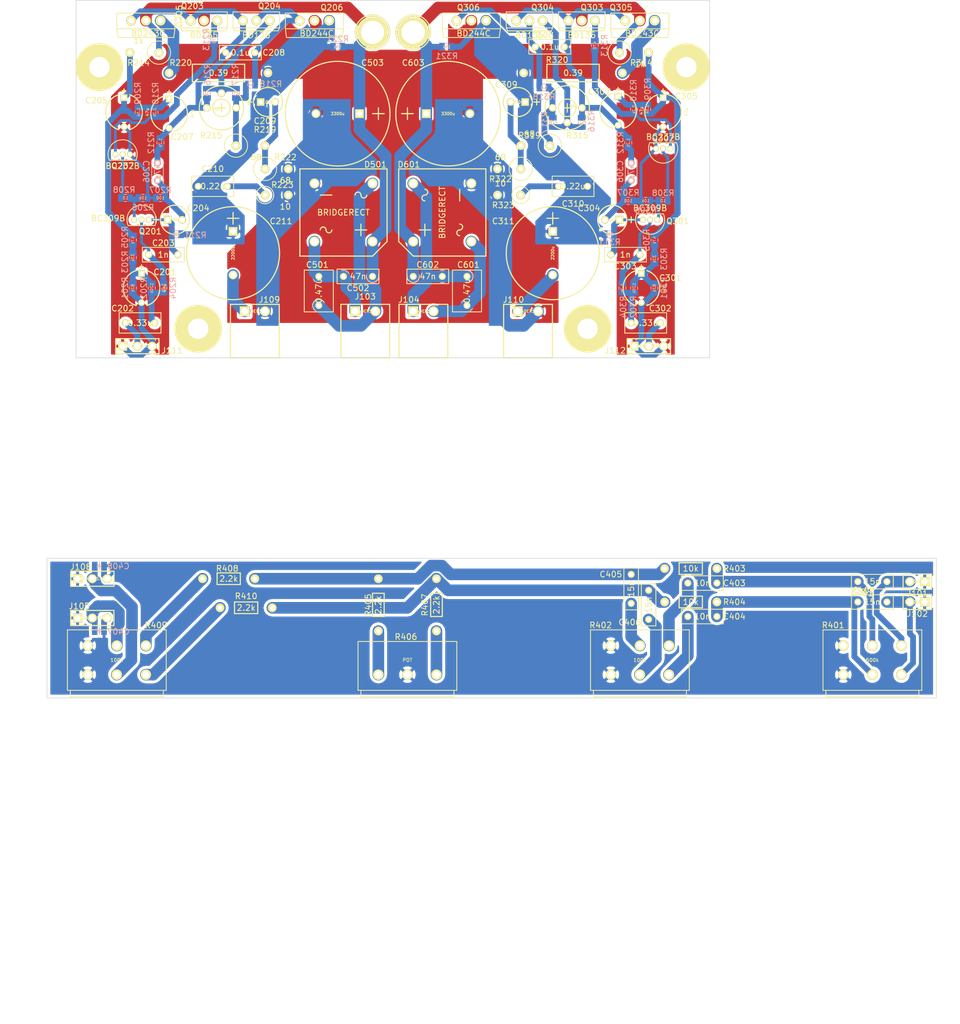
<source format=kicad_pcb>
(kicad_pcb (version 4) (host pcbnew "(2014-07-31 BZR 5040)-product")
  (layers (0 F.Cu signal) (31 B.Cu signal) (34 B.Paste user) (35 F.Paste user) (36 B.SilkS user) (37 F.SilkS user) (38 B.Mask user) (39 F.Mask user) (44 Edge.Cuts user))
  (net 0 "")
  (net 1 "Net-(C201-Pad1)")
  (net 2 GND)
  (net 3 "Net-(C202-Pad1)")
  (net 4 "/Left Channel/IN")
  (net 5 "Net-(C203-Pad1)")
  (net 6 "Net-(C203-Pad2)")
  (net 7 "Net-(C204-Pad2)")
  (net 8 "Net-(C205-Pad1)")
  (net 9 "Net-(C206-Pad1)")
  (net 10 "Net-(C207-Pad1)")
  (net 11 "Net-(C207-Pad2)")
  (net 12 "Net-(C208-Pad2)")
  (net 13 "Net-(C209-Pad1)")
  (net 14 "Net-(C209-Pad2)")
  (net 15 "Net-(C210-Pad2)")
  (net 16 "/Left Channel/OUT")
  (net 17 "Net-(C301-Pad1)")
  (net 18 "Net-(C302-Pad1)")
  (net 19 "/Right Channel/IN")
  (net 20 "Net-(C303-Pad1)")
  (net 21 "Net-(C303-Pad2)")
  (net 22 "Net-(C304-Pad2)")
  (net 23 "Net-(C305-Pad1)")
  (net 24 "Net-(C306-Pad1)")
  (net 25 "Net-(C307-Pad1)")
  (net 26 "Net-(C307-Pad2)")
  (net 27 "Net-(C308-Pad2)")
  (net 28 "Net-(C309-Pad1)")
  (net 29 "Net-(C309-Pad2)")
  (net 30 "Net-(C310-Pad2)")
  (net 31 "/Right Channel/OUT")
  (net 32 /Filters/IN_L)
  (net 33 "Net-(C401-Pad2)")
  (net 34 /Filters/IN_R)
  (net 35 "Net-(C402-Pad2)")
  (net 36 "Net-(C403-Pad2)")
  (net 37 "Net-(C404-Pad1)")
  (net 38 "Net-(C405-Pad1)")
  (net 39 "Net-(C405-Pad2)")
  (net 40 "Net-(C406-Pad1)")
  (net 41 "Net-(C406-Pad2)")
  (net 42 /Filters/OUT_L)
  (net 43 /Filters/OUT_R)
  (net 44 "/Power Supply Left/IN1")
  (net 45 "/Power Supply Left/IN2")
  (net 46 "/Power Supply Left/OUT")
  (net 47 "/Power Supply Right/IN1")
  (net 48 "/Power Supply Right/IN2")
  (net 49 "/Power Supply Right/OUT")
  (net 50 "Net-(Q201-Pad1)")
  (net 51 "Net-(Q202-Pad1)")
  (net 52 "Net-(Q202-Pad2)")
  (net 53 "Net-(Q203-Pad3)")
  (net 54 "Net-(Q204-Pad3)")
  (net 55 "Net-(Q205-Pad3)")
  (net 56 "Net-(Q301-Pad1)")
  (net 57 "Net-(Q302-Pad1)")
  (net 58 "Net-(Q302-Pad2)")
  (net 59 "Net-(Q303-Pad3)")
  (net 60 "Net-(Q304-Pad3)")
  (net 61 "Net-(Q305-Pad3)")
  (net 62 "Net-(R203-Pad1)")
  (net 63 "Net-(R303-Pad1)")
  (net 64 "Net-(R405-Pad2)")
  (net 65 "Net-(R406-Pad3)")
  (net 66 "Net-(R408-Pad2)")
  (net 67 "Net-(R409-Pad6)")
  (net 68 "Net-(R215-Pad1)")
  (net 69 "Net-(R315-Pad1)")
  (module Newlib:CAPRR_P50W25L72 (layer F.Cu) (at 61.25 23)
    (fp_text reference C208 (at 5.75 0) (layer F.SilkS))
    (fp_text value 0.1u (at 0 0) (layer F.SilkS))
    (pad 1 thru_hole circle (at -2.5 0) (size 1.2 1.2) (drill 0.7) (layers *.Cu *.Mask F.SilkS) (net 11 "Net-(C207-Pad2)"))
    (pad 2 thru_hole circle (at 2.5 0) (size 1.2 1.2) (drill 0.7) (layers *.Cu *.Mask F.SilkS) (net 12 "Net-(C208-Pad2)"))
  )
  (module Newlib:CAPPR_P50D63 (layer F.Cu) (at 44.25 63.5 270)
    (fp_text reference C201 (at -2.75 -4 360) (layer F.SilkS) (effects (font (size 1.00076 1.00076) (thickness 0.14986))))
    (fp_text value 47u (at 0 -4 270) (layer F.SilkS) (effects (font (size 0.50038 0.50038) (thickness 0.09906))))
    (pad 1 thru_hole rect (at -2.5 0 270) (size 1.15062 1.15062) (drill 0.70104) (layers *.Cu *.Mask F.SilkS) (net 1 "Net-(C201-Pad1)"))
    (pad 2 thru_hole circle (at 2.5 0 270) (size 1.15062 1.15062) (drill 0.70104) (layers *.Cu *.Mask F.SilkS) (net 2 GND))
  )
  (module Newlib:CAPRR_P50W25L72 (layer F.Cu) (at 48 57.75)
    (fp_text reference C203 (at 0 -2) (layer F.SilkS))
    (fp_text value 1n (at 0 0) (layer F.SilkS))
    (pad 1 thru_hole circle (at -2.5 0) (size 1.2 1.2) (drill 0.7) (layers *.Cu *.Mask F.SilkS) (net 5 "Net-(C203-Pad1)"))
    (pad 2 thru_hole circle (at 2.5 0) (size 1.2 1.2) (drill 0.7) (layers *.Cu *.Mask F.SilkS) (net 6 "Net-(C203-Pad2)"))
  )
  (module Newlib:CAPPR_P25D50 (layer F.Cu) (at 50 51.75)
    (fp_text reference C204 (at 4 -2) (layer F.SilkS) (effects (font (size 1.00076 1.00076) (thickness 0.14986))))
    (fp_text value 100u (at 0 0) (layer F.SilkS) (effects (font (size 0.50038 0.50038) (thickness 0.09906))))
    (pad 1 thru_hole rect (at -1.24968 0) (size 1.30048 1.30048) (drill 0.8001) (layers *.Cu *.Mask F.SilkS) (net 6 "Net-(C203-Pad2)"))
    (pad 2 thru_hole circle (at 1.24968 0) (size 1.30048 1.30048) (drill 0.8001) (layers *.Cu *.Mask F.SilkS) (net 7 "Net-(C204-Pad2)"))
  )
  (module Newlib:CAPPR_P50D63 (layer F.Cu) (at 41.25 33.25 270)
    (fp_text reference C205 (at -2 4.75 360) (layer F.SilkS) (effects (font (size 1.00076 1.00076) (thickness 0.14986))))
    (fp_text value 47u (at 0 -4 270) (layer F.SilkS) (effects (font (size 0.50038 0.50038) (thickness 0.09906))))
    (pad 1 thru_hole rect (at -2.5 0 270) (size 1.15062 1.15062) (drill 0.70104) (layers *.Cu *.Mask F.SilkS) (net 8 "Net-(C205-Pad1)"))
    (pad 2 thru_hole circle (at 2.5 0 270) (size 1.15062 1.15062) (drill 0.70104) (layers *.Cu *.Mask F.SilkS) (net 2 GND))
  )
  (module Newlib:CAPPR_P50D63 (layer F.Cu) (at 49 33.5 270)
    (fp_text reference C207 (at 4 -2.25 360) (layer F.SilkS) (effects (font (size 1.00076 1.00076) (thickness 0.14986))))
    (fp_text value 47u (at 0 -4 270) (layer F.SilkS) (effects (font (size 0.50038 0.50038) (thickness 0.09906))))
    (pad 1 thru_hole rect (at -2.5 0 270) (size 1.15062 1.15062) (drill 0.70104) (layers *.Cu *.Mask F.SilkS) (net 10 "Net-(C207-Pad1)"))
    (pad 2 thru_hole circle (at 2.5 0 270) (size 1.15062 1.15062) (drill 0.70104) (layers *.Cu *.Mask F.SilkS) (net 11 "Net-(C207-Pad2)"))
  )
  (module Newlib:CAPPR_P25D50 (layer F.Cu) (at 66 31.5)
    (fp_text reference C209 (at -0.5 3.25) (layer F.SilkS) (effects (font (size 1.00076 1.00076) (thickness 0.14986))))
    (fp_text value 100u (at 0 0) (layer F.SilkS) (effects (font (size 0.50038 0.50038) (thickness 0.09906))))
    (pad 1 thru_hole rect (at -1.24968 0) (size 1.30048 1.30048) (drill 0.8001) (layers *.Cu *.Mask F.SilkS) (net 13 "Net-(C209-Pad1)"))
    (pad 2 thru_hole circle (at 1.24968 0) (size 1.30048 1.30048) (drill 0.8001) (layers *.Cu *.Mask F.SilkS) (net 14 "Net-(C209-Pad2)"))
  )
  (module Newlib:CAPPR_P75D160 (layer F.Cu) (at 60 57.5 270)
    (fp_text reference C211 (at -5.5 -8.25 360) (layer F.SilkS) (effects (font (size 1.00076 1.00076) (thickness 0.14986))))
    (fp_text value 2200u (at 0 0 270) (layer F.SilkS) (effects (font (size 0.50038 0.50038) (thickness 0.09906))))
    (pad 1 thru_hole rect (at -3.75 0 270) (size 1.5 1.5) (drill 1) (layers *.Cu *.Mask F.SilkS) (net 13 "Net-(C209-Pad1)"))
    (pad 2 thru_hole circle (at 3.75 0 270) (size 1.5 1.5) (drill 1) (layers *.Cu *.Mask F.SilkS) (net 16 "/Left Channel/OUT"))
  )
  (module Newlib:CAPPR_P50D63 (layer F.Cu) (at 130.25 63.5 270)
    (fp_text reference C301 (at -1.75 -5 360) (layer F.SilkS) (effects (font (size 1.00076 1.00076) (thickness 0.14986))))
    (fp_text value 47u (at 0 -4 270) (layer F.SilkS) (effects (font (size 0.50038 0.50038) (thickness 0.09906))))
    (pad 1 thru_hole rect (at -2.5 0 270) (size 1.15062 1.15062) (drill 0.70104) (layers *.Cu *.Mask F.SilkS) (net 17 "Net-(C301-Pad1)"))
    (pad 2 thru_hole circle (at 2.5 0 270) (size 1.15062 1.15062) (drill 0.70104) (layers *.Cu *.Mask F.SilkS) (net 2 GND))
  )
  (module Newlib:CAPRR_P50W25L72 (layer F.Cu) (at 127.5 57.75 180)
    (fp_text reference C303 (at 0 -2 180) (layer F.SilkS))
    (fp_text value 1n (at 0 0 180) (layer F.SilkS))
    (pad 1 thru_hole circle (at -2.5 0 180) (size 1.2 1.2) (drill 0.7) (layers *.Cu *.Mask F.SilkS) (net 20 "Net-(C303-Pad1)"))
    (pad 2 thru_hole circle (at 2.5 0 180) (size 1.2 1.2) (drill 0.7) (layers *.Cu *.Mask F.SilkS) (net 21 "Net-(C303-Pad2)"))
  )
  (module Newlib:CAPPR_P25D50 (layer F.Cu) (at 125.25 51.75 180)
    (fp_text reference C304 (at 4 2 180) (layer F.SilkS) (effects (font (size 1.00076 1.00076) (thickness 0.14986))))
    (fp_text value 100u (at 0 0 180) (layer F.SilkS) (effects (font (size 0.50038 0.50038) (thickness 0.09906))))
    (pad 1 thru_hole rect (at -1.24968 0 180) (size 1.30048 1.30048) (drill 0.8001) (layers *.Cu *.Mask F.SilkS) (net 21 "Net-(C303-Pad2)"))
    (pad 2 thru_hole circle (at 1.24968 0 180) (size 1.30048 1.30048) (drill 0.8001) (layers *.Cu *.Mask F.SilkS) (net 22 "Net-(C304-Pad2)"))
  )
  (module Newlib:CAPPR_P50D63 (layer F.Cu) (at 134 33.25 270)
    (fp_text reference C305 (at -2.75 -4 360) (layer F.SilkS) (effects (font (size 1.00076 1.00076) (thickness 0.14986))))
    (fp_text value 47u (at 0 -4 270) (layer F.SilkS) (effects (font (size 0.50038 0.50038) (thickness 0.09906))))
    (pad 1 thru_hole rect (at -2.5 0 270) (size 1.15062 1.15062) (drill 0.70104) (layers *.Cu *.Mask F.SilkS) (net 23 "Net-(C305-Pad1)"))
    (pad 2 thru_hole circle (at 2.5 0 270) (size 1.15062 1.15062) (drill 0.70104) (layers *.Cu *.Mask F.SilkS) (net 2 GND))
  )
  (module Newlib:CAPPR_P50D63 (layer F.Cu) (at 126.25 33 270)
    (fp_text reference C307 (at -3.25 3.25 360) (layer F.SilkS) (effects (font (size 1.00076 1.00076) (thickness 0.14986))))
    (fp_text value 47u (at 0 -4 270) (layer F.SilkS) (effects (font (size 0.50038 0.50038) (thickness 0.09906))))
    (pad 1 thru_hole rect (at -2.5 0 270) (size 1.15062 1.15062) (drill 0.70104) (layers *.Cu *.Mask F.SilkS) (net 25 "Net-(C307-Pad1)"))
    (pad 2 thru_hole circle (at 2.5 0 270) (size 1.15062 1.15062) (drill 0.70104) (layers *.Cu *.Mask F.SilkS) (net 26 "Net-(C307-Pad2)"))
  )
  (module Newlib:CAPRR_P50W25L72 (layer F.Cu) (at 114.5 22 180)
    (fp_text reference C308 (at 1.25 2 180) (layer F.SilkS))
    (fp_text value 0.1u (at 0 0 180) (layer F.SilkS))
    (pad 1 thru_hole circle (at -2.5 0 180) (size 1.2 1.2) (drill 0.7) (layers *.Cu *.Mask F.SilkS) (net 26 "Net-(C307-Pad2)"))
    (pad 2 thru_hole circle (at 2.5 0 180) (size 1.2 1.2) (drill 0.7) (layers *.Cu *.Mask F.SilkS) (net 27 "Net-(C308-Pad2)"))
  )
  (module Newlib:CAPPR_P25D50 (layer F.Cu) (at 109 31.5 180)
    (fp_text reference C309 (at 2 3 180) (layer F.SilkS) (effects (font (size 1.00076 1.00076) (thickness 0.14986))))
    (fp_text value 100u (at 0 0 180) (layer F.SilkS) (effects (font (size 0.50038 0.50038) (thickness 0.09906))))
    (pad 1 thru_hole rect (at -1.24968 0 180) (size 1.30048 1.30048) (drill 0.8001) (layers *.Cu *.Mask F.SilkS) (net 28 "Net-(C309-Pad1)"))
    (pad 2 thru_hole circle (at 1.24968 0 180) (size 1.30048 1.30048) (drill 0.8001) (layers *.Cu *.Mask F.SilkS) (net 29 "Net-(C309-Pad2)"))
  )
  (module Newlib:CAPPR_P75D160 (layer F.Cu) (at 115 57.5 270)
    (fp_text reference C311 (at -5.5 8.5 360) (layer F.SilkS) (effects (font (size 1.00076 1.00076) (thickness 0.14986))))
    (fp_text value 2200u (at 0 0 270) (layer F.SilkS) (effects (font (size 0.50038 0.50038) (thickness 0.09906))))
    (pad 1 thru_hole rect (at -3.75 0 270) (size 1.5 1.5) (drill 1) (layers *.Cu *.Mask F.SilkS) (net 28 "Net-(C309-Pad1)"))
    (pad 2 thru_hole circle (at 3.75 0 270) (size 1.5 1.5) (drill 1) (layers *.Cu *.Mask F.SilkS) (net 31 "/Right Channel/OUT"))
  )
  (module Newlib:C0805 (layer B.Cu) (at 37 122.5)
    (fp_text reference C407 (at 3.25 0.09874) (layer B.SilkS) (effects (font (size 1.00076 1.00076) (thickness 0.14986)) (justify mirror)))
    (fp_text value 1n (at 0 0) (layer B.SilkS) (effects (font (size 0.50038 0.50038) (thickness 0.09906)) (justify mirror)))
    (pad 1 smd rect (at -0.8001 0) (size 0.94996 1.34874) (layers B.Cu B.Paste B.Mask) (net 42 /Filters/OUT_L))
    (pad 2 smd rect (at 0.8001 0) (size 0.94996 1.34874) (layers B.Cu B.Paste B.Mask) (net 2 GND))
  )
  (module Newlib:C0805 (layer B.Cu) (at 37 111.25)
    (fp_text reference C408 (at 3.25 0.09874) (layer B.SilkS) (effects (font (size 1.00076 1.00076) (thickness 0.14986)) (justify mirror)))
    (fp_text value 1n (at 0 0) (layer B.SilkS) (effects (font (size 0.50038 0.50038) (thickness 0.09906)) (justify mirror)))
    (pad 1 smd rect (at -0.8001 0) (size 0.94996 1.34874) (layers B.Cu B.Paste B.Mask) (net 43 /Filters/OUT_R))
    (pad 2 smd rect (at 0.8001 0) (size 0.94996 1.34874) (layers B.Cu B.Paste B.Mask) (net 2 GND))
  )
  (module Newlib:CAPPR_P75D180 (layer F.Cu) (at 78 33.5 180)
    (fp_text reference C503 (at -6 8.75 180) (layer F.SilkS) (effects (font (size 1.00076 1.00076) (thickness 0.14986))))
    (fp_text value 3300u (at 0 0 180) (layer F.SilkS) (effects (font (size 0.50038 0.50038) (thickness 0.09906))))
    (pad 1 thru_hole rect (at -3.75 0 180) (size 1.5 1.5) (drill 1) (layers *.Cu *.Mask F.SilkS) (net 46 "/Power Supply Left/OUT"))
    (pad 2 thru_hole circle (at 3.75 0 180) (size 1.5 1.5) (drill 1) (layers *.Cu *.Mask F.SilkS) (net 2 GND))
  )
  (module Newlib:CAPPR_P75D180 (layer F.Cu) (at 97 33.5)
    (fp_text reference C603 (at -6 -8.75) (layer F.SilkS) (effects (font (size 1.00076 1.00076) (thickness 0.14986))))
    (fp_text value 3300u (at 0 0) (layer F.SilkS) (effects (font (size 0.50038 0.50038) (thickness 0.09906))))
    (pad 1 thru_hole rect (at -3.75 0) (size 1.5 1.5) (drill 1) (layers *.Cu *.Mask F.SilkS) (net 49 "/Power Supply Right/OUT"))
    (pad 2 thru_hole circle (at 3.75 0) (size 1.5 1.5) (drill 1) (layers *.Cu *.Mask F.SilkS) (net 2 GND))
  )
  (module Newlib:KBPC606 (layer F.Cu) (at 79 50.5 180)
    (fp_text reference D501 (at -5.5 8.25 180) (layer F.SilkS))
    (fp_text value BRIDGERECT (at 0 0 180) (layer F.SilkS))
    (pad 1 thru_hole circle (at -5 -5 180) (size 1.7 1.7) (drill 1.2) (layers *.Cu *.Mask F.SilkS) (net 46 "/Power Supply Left/OUT"))
    (pad 2 thru_hole circle (at -5 5 180) (size 1.7 1.7) (drill 1.2) (layers *.Cu *.Mask F.SilkS) (net 44 "/Power Supply Left/IN1"))
    (pad 3 thru_hole circle (at 5 5 180) (size 1.7 1.7) (drill 1.2) (layers *.Cu *.Mask F.SilkS) (net 2 GND))
    (pad 4 thru_hole circle (at 5 -5 180) (size 1.7 1.7) (drill 1.2) (layers *.Cu *.Mask F.SilkS) (net 45 "/Power Supply Left/IN2"))
  )
  (module Newlib:KBPC606 (layer F.Cu) (at 96 50.5 90)
    (fp_text reference D601 (at 8.25 -5.75 360) (layer F.SilkS))
    (fp_text value BRIDGERECT (at 0 0 90) (layer F.SilkS))
    (pad 1 thru_hole circle (at -5 -5 90) (size 1.7 1.7) (drill 1.2) (layers *.Cu *.Mask F.SilkS) (net 49 "/Power Supply Right/OUT"))
    (pad 2 thru_hole circle (at -5 5 90) (size 1.7 1.7) (drill 1.2) (layers *.Cu *.Mask F.SilkS) (net 47 "/Power Supply Right/IN1"))
    (pad 3 thru_hole circle (at 5 5 90) (size 1.7 1.7) (drill 1.2) (layers *.Cu *.Mask F.SilkS) (net 2 GND))
    (pad 4 thru_hole circle (at 5 -5 90) (size 1.7 1.7) (drill 1.2) (layers *.Cu *.Mask F.SilkS) (net 48 "/Power Supply Right/IN2"))
  )
  (module Pinhead:HEADER1x2V (layer F.Cu) (at 179 114 180)
    (fp_text reference J101 (at 1.27 -2.032 180) (layer F.SilkS) (effects (font (size 1.00076 1.00076) (thickness 0.14986))))
    (fp_text value HEADER1X2 (at 1.27 0 180) (layer F.SilkS) (effects (font (size 0.50038 0.50038) (thickness 0.09906))))
    (pad 1 thru_hole rect (at 0 0 180) (size 1.5494 1.5494) (drill 1.04902) (layers *.Cu *.Mask F.SilkS) (net 2 GND))
    (pad 2 thru_hole circle (at 2.54 0 180) (size 1.5494 1.5494) (drill 1.04902) (layers *.Cu *.Mask F.SilkS) (net 32 /Filters/IN_L))
  )
  (module Pinhead:HEADER1x2V (layer F.Cu) (at 179 117.5 180)
    (fp_text reference J102 (at 1.27 -2.032 180) (layer F.SilkS) (effects (font (size 1.00076 1.00076) (thickness 0.14986))))
    (fp_text value HEADER1X2 (at 1.27 0 180) (layer F.SilkS) (effects (font (size 0.50038 0.50038) (thickness 0.09906))))
    (pad 1 thru_hole rect (at 0 0 180) (size 1.5494 1.5494) (drill 1.04902) (layers *.Cu *.Mask F.SilkS) (net 2 GND))
    (pad 2 thru_hole circle (at 2.54 0 180) (size 1.5494 1.5494) (drill 1.04902) (layers *.Cu *.Mask F.SilkS) (net 34 /Filters/IN_R))
  )
  (module Pinhead:STL1550%2f2-GH (layer F.Cu) (at 81 67.5)
    (fp_text reference J103 (at 1.74752 -2.54) (layer F.SilkS) (effects (font (size 1.00076 1.00076) (thickness 0.14986))))
    (fp_text value HEADER1X2 (at 1.74752 0) (layer F.SilkS) (effects (font (size 0.50038 0.50038) (thickness 0.09906))))
    (pad 1 thru_hole rect (at 0 0) (size 1.69926 1.69926) (drill 1.2192) (layers *.Cu *.Mask F.SilkS) (net 45 "/Power Supply Left/IN2"))
    (pad 2 thru_hole circle (at 3.49758 0) (size 1.69926 1.69926) (drill 1.2192) (layers *.Cu *.Mask F.SilkS) (net 44 "/Power Supply Left/IN1"))
  )
  (module Pinhead:STL1550%2f2-GH (layer F.Cu) (at 91 67.5)
    (fp_text reference J104 (at -0.75 -2) (layer F.SilkS) (effects (font (size 1.00076 1.00076) (thickness 0.14986))))
    (fp_text value HEADER1X2 (at 1.74752 0) (layer F.SilkS) (effects (font (size 0.50038 0.50038) (thickness 0.09906))))
    (pad 1 thru_hole rect (at 0 0) (size 1.69926 1.69926) (drill 1.2192) (layers *.Cu *.Mask F.SilkS) (net 48 "/Power Supply Right/IN2"))
    (pad 2 thru_hole circle (at 3.49758 0) (size 1.69926 1.69926) (drill 1.2192) (layers *.Cu *.Mask F.SilkS) (net 47 "/Power Supply Right/IN1"))
  )
  (module Newlib:MountHole_D4P6 (layer F.Cu) (at 84 19.5 90)
    (fp_text reference J106 hide)
    (fp_text value VCCL hide)
    (pad 1 thru_hole circle (at 0 0 90) (size 5.4991 5.4991) (drill 4.0005) (layers *.Cu *.Mask F.SilkS) (net 46 "/Power Supply Left/OUT"))
  )
  (module Newlib:MountHole_D4P6 (layer F.Cu) (at 91 19.5 180)
    (fp_text reference J107 hide)
    (fp_text value VCCR hide)
    (pad 1 thru_hole circle (at 0 0 180) (size 5.4991 5.4991) (drill 4.0005) (layers *.Cu *.Mask F.SilkS) (net 49 "/Power Supply Right/OUT"))
  )
  (module Pinhead:STL1550%2f2-GH (layer F.Cu) (at 62 67.5)
    (fp_text reference J109 (at 4.25 -2) (layer F.SilkS) (effects (font (size 1.00076 1.00076) (thickness 0.14986))))
    (fp_text value HEADER1X2 (at 1.74752 0) (layer F.SilkS) (effects (font (size 0.50038 0.50038) (thickness 0.09906))))
    (pad 1 thru_hole rect (at 0 0) (size 1.69926 1.69926) (drill 1.2192) (layers *.Cu *.Mask F.SilkS) (net 16 "/Left Channel/OUT"))
    (pad 2 thru_hole circle (at 3.49758 0) (size 1.69926 1.69926) (drill 1.2192) (layers *.Cu *.Mask F.SilkS) (net 2 GND))
  )
  (module Pinhead:STL1550%2f2-GH (layer F.Cu) (at 109 67.5)
    (fp_text reference J110 (at -0.75 -2) (layer F.SilkS) (effects (font (size 1.00076 1.00076) (thickness 0.14986))))
    (fp_text value HEADER1X2 (at 1.74752 0) (layer F.SilkS) (effects (font (size 0.50038 0.50038) (thickness 0.09906))))
    (pad 1 thru_hole rect (at 0 0) (size 1.69926 1.69926) (drill 1.2192) (layers *.Cu *.Mask F.SilkS) (net 31 "/Right Channel/OUT"))
    (pad 2 thru_hole circle (at 3.49758 0) (size 1.69926 1.69926) (drill 1.2192) (layers *.Cu *.Mask F.SilkS) (net 2 GND))
  )
  (module Newlib:TO92 (layer F.Cu) (at 44.25 51.75)
    (fp_text reference Q201 (at 1.5 2) (layer F.SilkS))
    (fp_text value BC309B (at -5.75 -0.25) (layer F.SilkS))
    (pad 1 thru_hole circle (at -1.25 0) (size 1 1) (drill 0.6) (layers *.Cu *.Mask F.SilkS) (net 50 "Net-(Q201-Pad1)"))
    (pad 2 thru_hole circle (at 0 0) (size 1 1) (drill 0.6) (layers *.Cu *.Mask F.SilkS) (net 5 "Net-(C203-Pad1)"))
    (pad 3 thru_hole circle (at 1.25 0) (size 1 1) (drill 0.6) (layers *.Cu *.Mask F.SilkS) (net 6 "Net-(C203-Pad2)"))
  )
  (module Newlib:TO92 (layer F.Cu) (at 41 40.5)
    (fp_text reference Q202 (at 0 2) (layer F.SilkS))
    (fp_text value BC237B (at 0 2) (layer F.SilkS))
    (pad 1 thru_hole circle (at -1.25 0) (size 1 1) (drill 0.6) (layers *.Cu *.Mask F.SilkS) (net 51 "Net-(Q202-Pad1)"))
    (pad 2 thru_hole circle (at 0 0) (size 1 1) (drill 0.6) (layers *.Cu *.Mask F.SilkS) (net 52 "Net-(Q202-Pad2)"))
    (pad 3 thru_hole circle (at 1.25 0) (size 1 1) (drill 0.6) (layers *.Cu *.Mask F.SilkS) (net 2 GND))
  )
  (module Newlib:TO126-V (layer F.Cu) (at 55 17.5)
    (fp_text reference Q203 (at -2 -2.5) (layer F.SilkS))
    (fp_text value BD135 (at 0 2.5) (layer F.SilkS))
    (pad 1 thru_hole circle (at -2.29 0) (size 1.7 1.7) (drill 1) (layers *.Cu *.Mask F.SilkS) (net 11 "Net-(C207-Pad2)"))
    (pad 2 thru_hole circle (at 0 0) (size 1.7 1.7) (drill 1) (layers *.Cu *.Mask F.SilkS) (net 46 "/Power Supply Left/OUT"))
    (pad 3 thru_hole circle (at 2.29 0) (size 1.7 1.7) (drill 1) (layers *.Cu *.Mask F.SilkS) (net 53 "Net-(Q203-Pad3)"))
  )
  (module Newlib:TO126-V (layer F.Cu) (at 64 17.5)
    (fp_text reference Q204 (at 2.25 -2.5) (layer F.SilkS))
    (fp_text value BD136 (at 0 2.5) (layer F.SilkS))
    (pad 1 thru_hole circle (at -2.29 0) (size 1.7 1.7) (drill 1) (layers *.Cu *.Mask F.SilkS) (net 11 "Net-(C207-Pad2)"))
    (pad 2 thru_hole circle (at 0 0) (size 1.7 1.7) (drill 1) (layers *.Cu *.Mask F.SilkS) (net 12 "Net-(C208-Pad2)"))
    (pad 3 thru_hole circle (at 2.29 0) (size 1.7 1.7) (drill 1) (layers *.Cu *.Mask F.SilkS) (net 54 "Net-(Q204-Pad3)"))
  )
  (module Newlib:TO220-V (layer F.Cu) (at 45 17.5)
    (fp_text reference Q205 (at 5.75 -0.75 90) (layer F.SilkS))
    (fp_text value BD243C (at 0.4 2.2) (layer F.SilkS))
    (pad 1 thru_hole circle (at -2.54 0) (size 1.7 1.7) (drill 1) (layers *.Cu *.Mask F.SilkS) (net 11 "Net-(C207-Pad2)"))
    (pad 2 thru_hole circle (at 0 0) (size 1.7 1.7) (drill 1) (layers *.Cu *.Mask F.SilkS) (net 46 "/Power Supply Left/OUT"))
    (pad 3 thru_hole circle (at 2.54 0) (size 1.7 1.7) (drill 1) (layers *.Cu *.Mask F.SilkS) (net 55 "Net-(Q205-Pad3)"))
  )
  (module Newlib:TO220-V (layer F.Cu) (at 74 17.5)
    (fp_text reference Q206 (at 3 -2.25) (layer F.SilkS))
    (fp_text value BD244C (at 0.4 2.2) (layer F.SilkS))
    (pad 1 thru_hole circle (at -2.54 0) (size 1.7 1.7) (drill 1) (layers *.Cu *.Mask F.SilkS) (net 12 "Net-(C208-Pad2)"))
    (pad 2 thru_hole circle (at 0 0) (size 1.7 1.7) (drill 1) (layers *.Cu *.Mask F.SilkS) (net 2 GND))
    (pad 3 thru_hole circle (at 2.54 0) (size 1.7 1.7) (drill 1) (layers *.Cu *.Mask F.SilkS) (net 13 "Net-(C209-Pad1)"))
  )
  (module Newlib:TO92 (layer F.Cu) (at 131.75 51.75 180)
    (fp_text reference Q301 (at -4.75 -0.25 180) (layer F.SilkS))
    (fp_text value BC309B (at 0 2 180) (layer F.SilkS))
    (pad 1 thru_hole circle (at -1.25 0 180) (size 1 1) (drill 0.6) (layers *.Cu *.Mask F.SilkS) (net 56 "Net-(Q301-Pad1)"))
    (pad 2 thru_hole circle (at 0 0 180) (size 1 1) (drill 0.6) (layers *.Cu *.Mask F.SilkS) (net 20 "Net-(C303-Pad1)"))
    (pad 3 thru_hole circle (at 1.25 0 180) (size 1 1) (drill 0.6) (layers *.Cu *.Mask F.SilkS) (net 21 "Net-(C303-Pad2)"))
  )
  (module Newlib:TO92 (layer F.Cu) (at 134 39.5 180)
    (fp_text reference Q302 (at 0 1.75 180) (layer F.SilkS))
    (fp_text value BC237B (at 0 2 180) (layer F.SilkS))
    (pad 1 thru_hole circle (at -1.25 0 180) (size 1 1) (drill 0.6) (layers *.Cu *.Mask F.SilkS) (net 57 "Net-(Q302-Pad1)"))
    (pad 2 thru_hole circle (at 0 0 180) (size 1 1) (drill 0.6) (layers *.Cu *.Mask F.SilkS) (net 58 "Net-(Q302-Pad2)"))
    (pad 3 thru_hole circle (at 1.25 0 180) (size 1 1) (drill 0.6) (layers *.Cu *.Mask F.SilkS) (net 2 GND))
  )
  (module Newlib:TO126-V (layer F.Cu) (at 120 17.5)
    (fp_text reference Q303 (at 1.75 -2.25) (layer F.SilkS))
    (fp_text value BD135 (at 0 2.5) (layer F.SilkS))
    (pad 1 thru_hole circle (at -2.29 0) (size 1.7 1.7) (drill 1) (layers *.Cu *.Mask F.SilkS) (net 26 "Net-(C307-Pad2)"))
    (pad 2 thru_hole circle (at 0 0) (size 1.7 1.7) (drill 1) (layers *.Cu *.Mask F.SilkS) (net 49 "/Power Supply Right/OUT"))
    (pad 3 thru_hole circle (at 2.29 0) (size 1.7 1.7) (drill 1) (layers *.Cu *.Mask F.SilkS) (net 59 "Net-(Q303-Pad3)"))
  )
  (module Newlib:TO126-V (layer F.Cu) (at 111 17.5)
    (fp_text reference Q304 (at 2.25 -2.25) (layer F.SilkS))
    (fp_text value BD136 (at 0 2.5) (layer F.SilkS))
    (pad 1 thru_hole circle (at -2.29 0) (size 1.7 1.7) (drill 1) (layers *.Cu *.Mask F.SilkS) (net 26 "Net-(C307-Pad2)"))
    (pad 2 thru_hole circle (at 0 0) (size 1.7 1.7) (drill 1) (layers *.Cu *.Mask F.SilkS) (net 27 "Net-(C308-Pad2)"))
    (pad 3 thru_hole circle (at 2.29 0) (size 1.7 1.7) (drill 1) (layers *.Cu *.Mask F.SilkS) (net 60 "Net-(Q304-Pad3)"))
  )
  (module Newlib:TO220-V (layer F.Cu) (at 130 17.5)
    (fp_text reference Q305 (at -3.25 -2.25) (layer F.SilkS))
    (fp_text value BD243C (at 0.4 2.2) (layer F.SilkS))
    (pad 1 thru_hole circle (at -2.54 0) (size 1.7 1.7) (drill 1) (layers *.Cu *.Mask F.SilkS) (net 26 "Net-(C307-Pad2)"))
    (pad 2 thru_hole circle (at 0 0) (size 1.7 1.7) (drill 1) (layers *.Cu *.Mask F.SilkS) (net 49 "/Power Supply Right/OUT"))
    (pad 3 thru_hole circle (at 2.54 0) (size 1.7 1.7) (drill 1) (layers *.Cu *.Mask F.SilkS) (net 61 "Net-(Q305-Pad3)"))
  )
  (module Newlib:TO220-V (layer F.Cu) (at 101 17.5)
    (fp_text reference Q306 (at -0.5 -2.25) (layer F.SilkS))
    (fp_text value BD244C (at 0.4 2.2) (layer F.SilkS))
    (pad 1 thru_hole circle (at -2.54 0) (size 1.7 1.7) (drill 1) (layers *.Cu *.Mask F.SilkS) (net 27 "Net-(C308-Pad2)"))
    (pad 2 thru_hole circle (at 0 0) (size 1.7 1.7) (drill 1) (layers *.Cu *.Mask F.SilkS) (net 2 GND))
    (pad 3 thru_hole circle (at 2.54 0) (size 1.7 1.7) (drill 1) (layers *.Cu *.Mask F.SilkS) (net 28 "Net-(C309-Pad1)"))
  )
  (module Newlib:RESA_D30L90 (layer F.Cu) (at 57.5 26.5)
    (fp_text reference R220 (at -6.5 -1.75) (layer F.SilkS))
    (fp_text value 0.39 (at 0 0) (layer F.SilkS))
    (pad 2 thru_hole circle (at 8.5 0) (size 1.5 1.5) (drill 0.8) (layers *.Cu *.Mask F.SilkS) (net 13 "Net-(C209-Pad1)"))
    (pad 1 thru_hole circle (at -8.5 0) (size 1.5 1.5) (drill 0.8) (layers *.Cu *.Mask F.SilkS) (net 55 "Net-(Q205-Pad3)"))
  )
  (module Newlib:RESA_D30L90 (layer F.Cu) (at 118.5 26.5 180)
    (fp_text reference R320 (at 2.75 2.25 180) (layer F.SilkS))
    (fp_text value 0.39 (at 0 0 180) (layer F.SilkS))
    (pad 2 thru_hole circle (at 8.5 0 180) (size 1.5 1.5) (drill 0.8) (layers *.Cu *.Mask F.SilkS) (net 28 "Net-(C309-Pad1)"))
    (pad 1 thru_hole circle (at -8.5 0 180) (size 1.5 1.5) (drill 0.8) (layers *.Cu *.Mask F.SilkS) (net 61 "Net-(Q305-Pad3)"))
  )
  (module Newlib:POT_AUDIO_R6_DUAL_H (layer F.Cu) (at 170 130)
    (fp_text reference R401 (at -6.75 -8.5) (layer F.SilkS) (effects (font (size 1.00076 1.00076) (thickness 0.14986))))
    (fp_text value 500k (at 0 -2.5) (layer F.SilkS) (effects (font (size 0.6 0.6) (thickness 0.09906))))
    (pad 1 thru_hole circle (at -5 -5) (size 1.8 1.8) (drill 1.2) (layers *.Cu *.Mask F.SilkS) (net 2 GND))
    (pad 2 thru_hole circle (at 0 -5) (size 1.8 1.8) (drill 1.2) (layers *.Cu *.Mask F.SilkS) (net 33 "Net-(C401-Pad2)"))
    (pad 3 thru_hole circle (at 5 -5) (size 1.8 1.8) (drill 1.2) (layers *.Cu *.Mask F.SilkS) (net 32 /Filters/IN_L))
    (pad 4 thru_hole circle (at -5 0) (size 1.8 1.8) (drill 1.2) (layers *.Cu *.Mask F.SilkS) (net 2 GND))
    (pad 5 thru_hole circle (at 0 0) (size 1.8 1.8) (drill 1.2) (layers *.Cu *.Mask F.SilkS) (net 35 "Net-(C402-Pad2)"))
    (pad 6 thru_hole circle (at 5 0) (size 1.8 1.8) (drill 1.2) (layers *.Cu *.Mask F.SilkS) (net 34 /Filters/IN_R))
  )
  (module Newlib:POT_AUDIO_R6_DUAL_H (layer F.Cu) (at 130 130)
    (fp_text reference R402 (at -6.75 -8.5 180) (layer F.SilkS) (effects (font (size 1.00076 1.00076) (thickness 0.14986))))
    (fp_text value 100k (at 0 -2.5) (layer F.SilkS) (effects (font (size 0.6 0.6) (thickness 0.09906))))
    (pad 1 thru_hole circle (at -5 -5) (size 1.8 1.8) (drill 1.2) (layers *.Cu *.Mask F.SilkS) (net 2 GND))
    (pad 2 thru_hole circle (at 0 -5) (size 1.8 1.8) (drill 1.2) (layers *.Cu *.Mask F.SilkS) (net 39 "Net-(C405-Pad2)"))
    (pad 3 thru_hole circle (at 5 -5) (size 1.8 1.8) (drill 1.2) (layers *.Cu *.Mask F.SilkS) (net 36 "Net-(C403-Pad2)"))
    (pad 4 thru_hole circle (at -5 0) (size 1.8 1.8) (drill 1.2) (layers *.Cu *.Mask F.SilkS) (net 2 GND))
    (pad 5 thru_hole circle (at 0 0) (size 1.8 1.8) (drill 1.2) (layers *.Cu *.Mask F.SilkS) (net 40 "Net-(C406-Pad1)"))
    (pad 6 thru_hole circle (at 5 0) (size 1.8 1.8) (drill 1.2) (layers *.Cu *.Mask F.SilkS) (net 37 "Net-(C404-Pad1)"))
  )
  (module Newlib:POT_AUDIO_R6_H (layer F.Cu) (at 90 130)
    (fp_text reference R406 (at -0.25 -6.5) (layer F.SilkS) (effects (font (size 1.00076 1.00076) (thickness 0.14986))))
    (fp_text value POT (at 0 -2.5) (layer F.SilkS) (effects (font (size 0.6 0.6) (thickness 0.09906))))
    (pad 1 thru_hole circle (at -5 0) (size 1.8 1.8) (drill 1.2) (layers *.Cu *.Mask F.SilkS) (net 64 "Net-(R405-Pad2)"))
    (pad 2 thru_hole circle (at 0 0) (size 1.8 1.8) (drill 1.2) (layers *.Cu *.Mask F.SilkS) (net 2 GND))
    (pad 3 thru_hole circle (at 5 0) (size 1.8 1.8) (drill 1.2) (layers *.Cu *.Mask F.SilkS) (net 65 "Net-(R406-Pad3)"))
  )
  (module Newlib:POT_AUDIO_R6_DUAL_H (layer F.Cu) (at 40 130)
    (fp_text reference R409 (at 6.75 -8.5) (layer F.SilkS) (effects (font (size 1.00076 1.00076) (thickness 0.14986))))
    (fp_text value 100k (at 0 -2.5) (layer F.SilkS) (effects (font (size 0.6 0.6) (thickness 0.09906))))
    (pad 1 thru_hole circle (at -5 -5) (size 1.8 1.8) (drill 1.2) (layers *.Cu *.Mask F.SilkS) (net 2 GND))
    (pad 2 thru_hole circle (at 0 -5) (size 1.8 1.8) (drill 1.2) (layers *.Cu *.Mask F.SilkS) (net 42 /Filters/OUT_L))
    (pad 3 thru_hole circle (at 5 -5) (size 1.8 1.8) (drill 1.2) (layers *.Cu *.Mask F.SilkS) (net 66 "Net-(R408-Pad2)"))
    (pad 4 thru_hole circle (at -5 0) (size 1.8 1.8) (drill 1.2) (layers *.Cu *.Mask F.SilkS) (net 2 GND))
    (pad 5 thru_hole circle (at 0 0) (size 1.8 1.8) (drill 1.2) (layers *.Cu *.Mask F.SilkS) (net 43 /Filters/OUT_R))
    (pad 6 thru_hole circle (at 5 0) (size 1.8 1.8) (drill 1.2) (layers *.Cu *.Mask F.SilkS) (net 67 "Net-(R409-Pad6)"))
  )
  (module Newlib:RESA_D20L40 (layer F.Cu) (at 138.75 111.75 180)
    (fp_text reference R403 (at -7.5 0 180) (layer F.SilkS))
    (fp_text value 10k (at 0 0 180) (layer F.SilkS))
    (pad 2 thru_hole circle (at 4.5 0 180) (size 1.5 1.5) (drill 0.8) (layers *.Cu *.Mask F.SilkS) (net 38 "Net-(C405-Pad1)"))
    (pad 1 thru_hole circle (at -4.5 0 180) (size 1.5 1.5) (drill 0.8) (layers *.Cu *.Mask F.SilkS) (net 33 "Net-(C401-Pad2)"))
  )
  (module Newlib:RESA_D20L40 (layer F.Cu) (at 138.75 117.5 180)
    (fp_text reference R404 (at -7.5 0 180) (layer F.SilkS))
    (fp_text value 10k (at 0 0 180) (layer F.SilkS))
    (pad 2 thru_hole circle (at 4.5 0 180) (size 1.5 1.5) (drill 0.8) (layers *.Cu *.Mask F.SilkS) (net 41 "Net-(C406-Pad2)"))
    (pad 1 thru_hole circle (at -4.5 0 180) (size 1.5 1.5) (drill 0.8) (layers *.Cu *.Mask F.SilkS) (net 35 "Net-(C402-Pad2)"))
  )
  (module Newlib:RESA_D20L40 (layer F.Cu) (at 85 118 270)
    (fp_text reference R405 (at 0 1.75 270) (layer F.SilkS))
    (fp_text value 2.2k (at 0 0 270) (layer F.SilkS))
    (pad 2 thru_hole circle (at 4.5 0 270) (size 1.5 1.5) (drill 0.8) (layers *.Cu *.Mask F.SilkS) (net 64 "Net-(R405-Pad2)"))
    (pad 1 thru_hole circle (at -4.5 0 270) (size 1.5 1.5) (drill 0.8) (layers *.Cu *.Mask F.SilkS) (net 38 "Net-(C405-Pad1)"))
  )
  (module Newlib:RESA_D20L40 (layer F.Cu) (at 95 118 90)
    (fp_text reference R407 (at 0 -2 90) (layer F.SilkS))
    (fp_text value 2.2k (at 0 0 90) (layer F.SilkS))
    (pad 2 thru_hole circle (at 4.5 0 90) (size 1.5 1.5) (drill 0.8) (layers *.Cu *.Mask F.SilkS) (net 41 "Net-(C406-Pad2)"))
    (pad 1 thru_hole circle (at -4.5 0 90) (size 1.5 1.5) (drill 0.8) (layers *.Cu *.Mask F.SilkS) (net 65 "Net-(R406-Pad3)"))
  )
  (module Newlib:RESA_D20L40 (layer F.Cu) (at 59.25 113.5 180)
    (fp_text reference R408 (at 0.25 1.75 180) (layer F.SilkS))
    (fp_text value 2.2k (at 0 0 180) (layer F.SilkS))
    (pad 2 thru_hole circle (at 4.5 0 180) (size 1.5 1.5) (drill 0.8) (layers *.Cu *.Mask F.SilkS) (net 66 "Net-(R408-Pad2)"))
    (pad 1 thru_hole circle (at -4.5 0 180) (size 1.5 1.5) (drill 0.8) (layers *.Cu *.Mask F.SilkS) (net 38 "Net-(C405-Pad1)"))
  )
  (module Newlib:RESA_D20L40 (layer F.Cu) (at 62.25 118.5)
    (fp_text reference R410 (at 0 -2) (layer F.SilkS))
    (fp_text value 2.2k (at 0 0) (layer F.SilkS))
    (pad 2 thru_hole circle (at 4.5 0) (size 1.5 1.5) (drill 0.8) (layers *.Cu *.Mask F.SilkS) (net 41 "Net-(C406-Pad2)"))
    (pad 1 thru_hole circle (at -4.5 0) (size 1.5 1.5) (drill 0.8) (layers *.Cu *.Mask F.SilkS) (net 67 "Net-(R409-Pad6)"))
  )
  (module Pinhead:HEADER1x3V (layer F.Cu) (at 33.25 120.25)
    (fp_text reference J105 (at 0.29 -2.032) (layer F.SilkS) (effects (font (size 1.00076 1.00076) (thickness 0.14986))))
    (fp_text value HEADER1X3 (at 2.54 0) (layer F.SilkS) (effects (font (size 0.50038 0.50038) (thickness 0.09906))))
    (pad 1 thru_hole rect (at 0 0) (size 1.5494 1.5494) (drill 1.04902) (layers *.Cu *.Mask F.SilkS) (net 2 GND))
    (pad 2 thru_hole circle (at 2.54 0) (size 1.5494 1.5494) (drill 1.04902) (layers *.Cu *.Mask F.SilkS) (net 42 /Filters/OUT_L))
    (pad 3 thru_hole circle (at 5.08 0) (size 1.5494 1.5494) (drill 1.04902) (layers *.Cu *.Mask F.SilkS) (net 2 GND))
  )
  (module Pinhead:HEADER1x3V (layer F.Cu) (at 33.25 113.5)
    (fp_text reference J108 (at 0.54 -2.032) (layer F.SilkS) (effects (font (size 1.00076 1.00076) (thickness 0.14986))))
    (fp_text value HEADER1X3 (at 2.54 0) (layer F.SilkS) (effects (font (size 0.50038 0.50038) (thickness 0.09906))))
    (pad 1 thru_hole rect (at 0 0) (size 1.5494 1.5494) (drill 1.04902) (layers *.Cu *.Mask F.SilkS) (net 2 GND))
    (pad 2 thru_hole circle (at 2.54 0) (size 1.5494 1.5494) (drill 1.04902) (layers *.Cu *.Mask F.SilkS) (net 43 /Filters/OUT_R))
    (pad 3 thru_hole circle (at 5.08 0) (size 1.5494 1.5494) (drill 1.04902) (layers *.Cu *.Mask F.SilkS) (net 2 GND))
  )
  (module Pinhead:HEADER1x3V (layer F.Cu) (at 41 73.5)
    (fp_text reference J111 (at 8.5 0.75) (layer F.SilkS) (effects (font (size 1.00076 1.00076) (thickness 0.14986))))
    (fp_text value HEADER1X3 (at 2.54 0) (layer F.SilkS) (effects (font (size 0.50038 0.50038) (thickness 0.09906))))
    (pad 1 thru_hole rect (at 0 0) (size 1.5494 1.5494) (drill 1.04902) (layers *.Cu *.Mask F.SilkS) (net 2 GND))
    (pad 2 thru_hole circle (at 2.54 0) (size 1.5494 1.5494) (drill 1.04902) (layers *.Cu *.Mask F.SilkS) (net 4 "/Left Channel/IN"))
    (pad 3 thru_hole circle (at 5.08 0) (size 1.5494 1.5494) (drill 1.04902) (layers *.Cu *.Mask F.SilkS) (net 2 GND))
  )
  (module Pinhead:HEADER1x3V (layer F.Cu) (at 129 73.5)
    (fp_text reference J112 (at -3.25 0.75) (layer F.SilkS) (effects (font (size 1.00076 1.00076) (thickness 0.14986))))
    (fp_text value HEADER1X3 (at 2.54 0) (layer F.SilkS) (effects (font (size 0.50038 0.50038) (thickness 0.09906))))
    (pad 1 thru_hole rect (at 0 0) (size 1.5494 1.5494) (drill 1.04902) (layers *.Cu *.Mask F.SilkS) (net 2 GND))
    (pad 2 thru_hole circle (at 2.54 0) (size 1.5494 1.5494) (drill 1.04902) (layers *.Cu *.Mask F.SilkS) (net 19 "/Right Channel/IN"))
    (pad 3 thru_hole circle (at 5.08 0) (size 1.5494 1.5494) (drill 1.04902) (layers *.Cu *.Mask F.SilkS) (net 2 GND))
  )
  (module Newlib:MountHole_D35P80 (layer F.Cu) (at 54 70.5)
    (fp_text reference MountHole_D35P80 hide)
    (fp_text value VAL** hide)
    (pad 1 thru_hole circle (at 0 0) (size 8 8) (drill 3.5) (layers *.Cu *.Mask F.SilkS))
  )
  (module Newlib:MountHole_D35P80 (layer F.Cu) (at 121 70.5)
    (fp_text reference MountHole_D35P80 hide)
    (fp_text value VAL** hide)
    (pad 1 thru_hole circle (at 0 0) (size 8 8) (drill 3.5) (layers *.Cu *.Mask F.SilkS))
  )
  (module Newlib:MountHole_D35P80 (layer F.Cu) (at 138 25.5)
    (fp_text reference MountHole_D35P80 hide)
    (fp_text value VAL** hide)
    (pad 1 thru_hole circle (at 0 0) (size 8 8) (drill 3.5) (layers *.Cu *.Mask F.SilkS))
  )
  (module Newlib:MountHole_D35P80 (layer F.Cu) (at 37 25.5)
    (fp_text reference MountHole_D35P80 hide)
    (fp_text value VAL** hide)
    (pad 1 thru_hole circle (at 0 0) (size 8 8) (drill 3.5) (layers *.Cu *.Mask F.SilkS))
  )
  (module Newlib:RESR_D40P40 (layer F.Cu) (at 65.5 43)
    (fp_text reference R222 (at 3.5 -2) (layer F.SilkS))
    (fp_text value 68 (at 3.5 2) (layer F.SilkS))
    (pad 2 thru_hole circle (at 4 0) (size 1.5 1.5) (drill 0.8) (layers *.Cu *.Mask F.SilkS) (net 2 GND))
    (pad 1 thru_hole circle (at 0 0) (size 1.5 1.5) (drill 0.8) (layers *.Cu *.Mask F.SilkS) (net 14 "Net-(C209-Pad2)"))
  )
  (module Newlib:RESR_D30P40 (layer F.Cu) (at 65.5 47.5)
    (fp_text reference R223 (at 3 -1.75) (layer F.SilkS))
    (fp_text value 10 (at 3.5 2) (layer F.SilkS))
    (pad 2 thru_hole circle (at 4 0) (size 1.5 1.5) (drill 0.8) (layers *.Cu *.Mask F.SilkS) (net 2 GND))
    (pad 1 thru_hole circle (at 0 0) (size 1.5 1.5) (drill 0.8) (layers *.Cu *.Mask F.SilkS) (net 15 "Net-(C210-Pad2)"))
  )
  (module Newlib:RESR_D40P40 (layer F.Cu) (at 109.5 43 180)
    (fp_text reference R322 (at 3.5 -1.75 180) (layer F.SilkS))
    (fp_text value 68 (at 3.5 2 180) (layer F.SilkS))
    (pad 2 thru_hole circle (at 4 0 180) (size 1.5 1.5) (drill 0.8) (layers *.Cu *.Mask F.SilkS) (net 2 GND))
    (pad 1 thru_hole circle (at 0 0 180) (size 1.5 1.5) (drill 0.8) (layers *.Cu *.Mask F.SilkS) (net 29 "Net-(C309-Pad2)"))
  )
  (module Newlib:RESR_D30P40 (layer F.Cu) (at 109.5 47.5 180)
    (fp_text reference R323 (at 3 -1.75 180) (layer F.SilkS))
    (fp_text value 10 (at 3.5 2 180) (layer F.SilkS))
    (pad 2 thru_hole circle (at 4 0 180) (size 1.5 1.5) (drill 0.8) (layers *.Cu *.Mask F.SilkS) (net 2 GND))
    (pad 1 thru_hole circle (at 0 0 180) (size 1.5 1.5) (drill 0.8) (layers *.Cu *.Mask F.SilkS) (net 30 "Net-(C310-Pad2)"))
  )
  (module Newlib:CAPRR_P50W35L72 (layer F.Cu) (at 44 69.5 180)
    (fp_text reference C202 (at 3 2.5 180) (layer F.SilkS))
    (fp_text value 0.33u (at 0 0 180) (layer F.SilkS))
    (pad 1 thru_hole circle (at -2.5 0 180) (size 1.2 1.2) (drill 0.7) (layers *.Cu *.Mask F.SilkS) (net 3 "Net-(C202-Pad1)"))
    (pad 2 thru_hole circle (at 2.5 0 180) (size 1.2 1.2) (drill 0.7) (layers *.Cu *.Mask F.SilkS) (net 4 "/Left Channel/IN"))
  )
  (module Newlib:CAPRR_P50W35L72 (layer F.Cu) (at 56.5 46)
    (fp_text reference C210 (at 0 -3) (layer F.SilkS))
    (fp_text value 0.22u (at 0 0) (layer F.SilkS))
    (pad 1 thru_hole circle (at -2.5 0) (size 1.2 1.2) (drill 0.7) (layers *.Cu *.Mask F.SilkS) (net 13 "Net-(C209-Pad1)"))
    (pad 2 thru_hole circle (at 2.5 0) (size 1.2 1.2) (drill 0.7) (layers *.Cu *.Mask F.SilkS) (net 15 "Net-(C210-Pad2)"))
  )
  (module Newlib:CAPRR_P50W35L72 (layer F.Cu) (at 131 69.5)
    (fp_text reference C302 (at 2.5 -2.5) (layer F.SilkS))
    (fp_text value 0.33u (at 0 0) (layer F.SilkS))
    (pad 1 thru_hole circle (at -2.5 0) (size 1.2 1.2) (drill 0.7) (layers *.Cu *.Mask F.SilkS) (net 18 "Net-(C302-Pad1)"))
    (pad 2 thru_hole circle (at 2.5 0) (size 1.2 1.2) (drill 0.7) (layers *.Cu *.Mask F.SilkS) (net 19 "/Right Channel/IN"))
  )
  (module Newlib:CAPRR_P50W35L72 (layer F.Cu) (at 118.5 46 180)
    (fp_text reference C310 (at 0 -3 180) (layer F.SilkS))
    (fp_text value 0.22u (at 0 0 180) (layer F.SilkS))
    (pad 1 thru_hole circle (at -2.5 0 180) (size 1.2 1.2) (drill 0.7) (layers *.Cu *.Mask F.SilkS) (net 28 "Net-(C309-Pad1)"))
    (pad 2 thru_hole circle (at 2.5 0 180) (size 1.2 1.2) (drill 0.7) (layers *.Cu *.Mask F.SilkS) (net 30 "Net-(C310-Pad2)"))
  )
  (module Newlib:CAPRR_P50W25L72 (layer F.Cu) (at 170 114 180)
    (fp_text reference C401 (at 1.75 -2 180) (layer F.SilkS))
    (fp_text value 15n (at 0 0 180) (layer F.SilkS))
    (pad 1 thru_hole circle (at -2.5 0 180) (size 1.2 1.2) (drill 0.7) (layers *.Cu *.Mask F.SilkS) (net 32 /Filters/IN_L))
    (pad 2 thru_hole circle (at 2.5 0 180) (size 1.2 1.2) (drill 0.7) (layers *.Cu *.Mask F.SilkS) (net 33 "Net-(C401-Pad2)"))
  )
  (module Newlib:CAPRR_P50W25L72 (layer F.Cu) (at 170 117.5 180)
    (fp_text reference C402 (at 1.5 2 180) (layer F.SilkS))
    (fp_text value 15n (at 0 0 180) (layer F.SilkS))
    (pad 1 thru_hole circle (at -2.5 0 180) (size 1.2 1.2) (drill 0.7) (layers *.Cu *.Mask F.SilkS) (net 34 /Filters/IN_R))
    (pad 2 thru_hole circle (at 2.5 0 180) (size 1.2 1.2) (drill 0.7) (layers *.Cu *.Mask F.SilkS) (net 35 "Net-(C402-Pad2)"))
  )
  (module Newlib:CAPRR_P50W25L72 (layer F.Cu) (at 140.75 114.25 180)
    (fp_text reference C403 (at -5.5 0 180) (layer F.SilkS))
    (fp_text value 10n (at 0 0 180) (layer F.SilkS))
    (pad 1 thru_hole circle (at -2.5 0 180) (size 1.2 1.2) (drill 0.7) (layers *.Cu *.Mask F.SilkS) (net 33 "Net-(C401-Pad2)"))
    (pad 2 thru_hole circle (at 2.5 0 180) (size 1.2 1.2) (drill 0.7) (layers *.Cu *.Mask F.SilkS) (net 36 "Net-(C403-Pad2)"))
  )
  (module Newlib:CAPRR_P50W25L72 (layer F.Cu) (at 140.75 120)
    (fp_text reference C404 (at 5.5 0) (layer F.SilkS))
    (fp_text value 10n (at 0 0) (layer F.SilkS))
    (pad 1 thru_hole circle (at -2.5 0) (size 1.2 1.2) (drill 0.7) (layers *.Cu *.Mask F.SilkS) (net 37 "Net-(C404-Pad1)"))
    (pad 2 thru_hole circle (at 2.5 0) (size 1.2 1.2) (drill 0.7) (layers *.Cu *.Mask F.SilkS) (net 35 "Net-(C402-Pad2)"))
  )
  (module Newlib:CAPRR_P50W25L72 (layer F.Cu) (at 128.5 115.25 270)
    (fp_text reference C405 (at -2.5 3.5 360) (layer F.SilkS))
    (fp_text value 15n (at 0 0 270) (layer F.SilkS))
    (pad 1 thru_hole circle (at -2.5 0 270) (size 1.2 1.2) (drill 0.7) (layers *.Cu *.Mask F.SilkS) (net 38 "Net-(C405-Pad1)"))
    (pad 2 thru_hole circle (at 2.5 0 270) (size 1.2 1.2) (drill 0.7) (layers *.Cu *.Mask F.SilkS) (net 39 "Net-(C405-Pad2)"))
  )
  (module Newlib:CAPRR_P50W25L72 (layer F.Cu) (at 131.5 118 90)
    (fp_text reference C406 (at -3 -3.25 360) (layer F.SilkS))
    (fp_text value 15n (at 0 0 90) (layer F.SilkS))
    (pad 1 thru_hole circle (at -2.5 0 90) (size 1.2 1.2) (drill 0.7) (layers *.Cu *.Mask F.SilkS) (net 40 "Net-(C406-Pad1)"))
    (pad 2 thru_hole circle (at 2.5 0 90) (size 1.2 1.2) (drill 0.7) (layers *.Cu *.Mask F.SilkS) (net 41 "Net-(C406-Pad2)"))
  )
  (module Newlib:CAPRR_P50W50L72 (layer F.Cu) (at 74.75 64 90)
    (fp_text reference C501 (at 4.5 -0.25 360) (layer F.SilkS))
    (fp_text value 0.47u (at 0 0 90) (layer F.SilkS))
    (pad 1 thru_hole circle (at -2.5 0 90) (size 1.2 1.2) (drill 0.7) (layers *.Cu *.Mask F.SilkS) (net 44 "/Power Supply Left/IN1"))
    (pad 2 thru_hole circle (at 2.5 0 90) (size 1.2 1.2) (drill 0.7) (layers *.Cu *.Mask F.SilkS) (net 45 "/Power Supply Left/IN2"))
  )
  (module Newlib:CAPRR_P50W25L72 (layer F.Cu) (at 81.5 61.5 180)
    (fp_text reference C502 (at 0 -2 180) (layer F.SilkS))
    (fp_text value 47n (at 0 0 180) (layer F.SilkS))
    (pad 1 thru_hole circle (at -2.5 0 180) (size 1.2 1.2) (drill 0.7) (layers *.Cu *.Mask F.SilkS) (net 46 "/Power Supply Left/OUT"))
    (pad 2 thru_hole circle (at 2.5 0 180) (size 1.2 1.2) (drill 0.7) (layers *.Cu *.Mask F.SilkS) (net 45 "/Power Supply Left/IN2"))
  )
  (module Newlib:CAPRR_P50W50L72 (layer F.Cu) (at 100.25 64 90)
    (fp_text reference C601 (at 4.5 0.25 180) (layer F.SilkS))
    (fp_text value 0.47u (at 0 0 90) (layer F.SilkS))
    (pad 1 thru_hole circle (at -2.5 0 90) (size 1.2 1.2) (drill 0.7) (layers *.Cu *.Mask F.SilkS) (net 47 "/Power Supply Right/IN1"))
    (pad 2 thru_hole circle (at 2.5 0 90) (size 1.2 1.2) (drill 0.7) (layers *.Cu *.Mask F.SilkS) (net 48 "/Power Supply Right/IN2"))
  )
  (module Newlib:CAPRR_P50W25L72 (layer F.Cu) (at 93.5 61.5)
    (fp_text reference C602 (at 0 -2) (layer F.SilkS))
    (fp_text value 47n (at 0 0) (layer F.SilkS))
    (pad 1 thru_hole circle (at -2.5 0) (size 1.2 1.2) (drill 0.7) (layers *.Cu *.Mask F.SilkS) (net 49 "/Power Supply Right/OUT"))
    (pad 2 thru_hole circle (at 2.5 0) (size 1.2 1.2) (drill 0.7) (layers *.Cu *.Mask F.SilkS) (net 48 "/Power Supply Right/IN2"))
  )
  (module Newlib:POT-3339P (layer F.Cu) (at 58 32.5 180)
    (fp_text reference R215 (at 1.75 -4.75 180) (layer F.SilkS) (effects (font (size 1.00076 1.00076) (thickness 0.14986))))
    (fp_text value 250 (at 1 -0.24994 180) (layer F.SilkS) (effects (font (size 0.50038 0.50038) (thickness 0.09906))))
    (pad 1 thru_hole circle (at -2.54 0 180) (size 1.3 1.3) (drill 0.8) (layers *.Cu *.Mask F.SilkS) (net 68 "Net-(R215-Pad1)"))
    (pad 3 thru_hole circle (at 2.54 0 180) (size 1.3 1.3) (drill 0.8) (layers *.Cu *.Mask F.SilkS) (net 11 "Net-(C207-Pad2)"))
    (pad 2 thru_hole circle (at 0 2.54 180) (size 1.3 1.3) (drill 0.8) (layers *.Cu *.Mask F.SilkS) (net 54 "Net-(Q204-Pad3)"))
  )
  (module Newlib:POT-3339P (layer F.Cu) (at 117.5 32.5)
    (fp_text reference R315 (at 1.75 4.75) (layer F.SilkS) (effects (font (size 1.00076 1.00076) (thickness 0.14986))))
    (fp_text value 250 (at 1 -0.24994) (layer F.SilkS) (effects (font (size 0.50038 0.50038) (thickness 0.09906))))
    (pad 1 thru_hole circle (at -2.54 0) (size 1.3 1.3) (drill 0.8) (layers *.Cu *.Mask F.SilkS) (net 69 "Net-(R315-Pad1)"))
    (pad 3 thru_hole circle (at 2.54 0) (size 1.3 1.3) (drill 0.8) (layers *.Cu *.Mask F.SilkS) (net 26 "Net-(C307-Pad2)"))
    (pad 2 thru_hole circle (at 0 2.54) (size 1.3 1.3) (drill 0.8) (layers *.Cu *.Mask F.SilkS) (net 60 "Net-(Q304-Pad3)"))
  )
  (module Newlib:CAPRR_P30W20L40 (layer B.Cu) (at 47 43.5 270)
    (fp_text reference C206 (at -0.05 1.9 270) (layer B.SilkS) (effects (justify mirror)))
    (fp_text value 47p (at 0 0 270) (layer B.SilkS) (effects (justify mirror)))
    (pad 1 thru_hole circle (at -1.5 0 270) (size 1.2 1.2) (drill 0.7) (layers *.Cu *.Mask B.SilkS) (net 9 "Net-(C206-Pad1)"))
    (pad 2 thru_hole circle (at 1.5 0 270) (size 1.2 1.2) (drill 0.7) (layers *.Cu *.Mask B.SilkS) (net 7 "Net-(C204-Pad2)"))
  )
  (module Newlib:CAPRR_P30W20L40 (layer B.Cu) (at 128.5 43.5 270)
    (fp_text reference C306 (at -0.05 1.9 270) (layer B.SilkS) (effects (justify mirror)))
    (fp_text value 47p (at 0 0 270) (layer B.SilkS) (effects (justify mirror)))
    (pad 1 thru_hole circle (at -1.5 0 270) (size 1.2 1.2) (drill 0.7) (layers *.Cu *.Mask B.SilkS) (net 24 "Net-(C306-Pad1)"))
    (pad 2 thru_hole circle (at 1.5 0 270) (size 1.2 1.2) (drill 0.7) (layers *.Cu *.Mask B.SilkS) (net 22 "Net-(C304-Pad2)"))
  )
  (module Newlib:RESR_D40P50 (layer F.Cu) (at 47.25 23 180)
    (fp_text reference R214 (at 3.5 -1.75 180) (layer F.SilkS))
    (fp_text value 1k (at 3.5 2 180) (layer F.SilkS))
    (pad 2 thru_hole circle (at 5 0 180) (size 1.5 1.5) (drill 0.8) (layers *.Cu *.Mask F.SilkS) (net 8 "Net-(C205-Pad1)"))
    (pad 1 thru_hole circle (at 0 0 180) (size 1.5 1.5) (drill 0.8) (layers *.Cu *.Mask F.SilkS) (net 46 "/Power Supply Left/OUT"))
  )
  (module Newlib:RESR_D40P50 (layer F.Cu) (at 126.5 23)
    (fp_text reference R314 (at 3.75 1.75) (layer F.SilkS))
    (fp_text value 1k (at 3.5 2) (layer F.SilkS))
    (pad 2 thru_hole circle (at 5 0) (size 1.5 1.5) (drill 0.8) (layers *.Cu *.Mask F.SilkS) (net 23 "Net-(C305-Pad1)"))
    (pad 1 thru_hole circle (at 0 0) (size 1.5 1.5) (drill 0.8) (layers *.Cu *.Mask F.SilkS) (net 49 "/Power Supply Right/OUT"))
  )
  (module Newlib:RESR_D40P50 (layer F.Cu) (at 60.5 39)
    (fp_text reference R219 (at 5 -2.75) (layer F.SilkS))
    (fp_text value 68 (at 3.5 2) (layer F.SilkS))
    (pad 2 thru_hole circle (at 5 0) (size 1.5 1.5) (drill 0.8) (layers *.Cu *.Mask F.SilkS) (net 14 "Net-(C209-Pad2)"))
    (pad 1 thru_hole circle (at 0 0) (size 1.5 1.5) (drill 0.8) (layers *.Cu *.Mask F.SilkS) (net 68 "Net-(R215-Pad1)"))
  )
  (module Newlib:RESR_D40P50 (layer F.Cu) (at 114.5 39 180)
    (fp_text reference R319 (at 3.5 1.75 180) (layer F.SilkS))
    (fp_text value 68 (at 3.5 2 180) (layer F.SilkS))
    (pad 2 thru_hole circle (at 5 0 180) (size 1.5 1.5) (drill 0.8) (layers *.Cu *.Mask F.SilkS) (net 29 "Net-(C309-Pad2)"))
    (pad 1 thru_hole circle (at 0 0 180) (size 1.5 1.5) (drill 0.8) (layers *.Cu *.Mask F.SilkS) (net 69 "Net-(R315-Pad1)"))
  )
  (module Newlib:R0805 (layer B.Cu) (at 42.75 63.5 270)
    (fp_text reference R201 (at 0 1.34874 270) (layer B.SilkS) (effects (font (size 1.00076 1.00076) (thickness 0.14986)) (justify mirror)))
    (fp_text value 82k (at 0 0 270) (layer B.SilkS) (effects (font (size 0.50038 0.50038) (thickness 0.09906)) (justify mirror)))
    (pad 1 smd rect (at -0.8001 0 270) (size 0.94996 1.34874) (layers B.Cu B.Paste B.Mask) (net 1 "Net-(C201-Pad1)"))
    (pad 2 smd rect (at 0.8001 0 270) (size 0.94996 1.34874) (layers B.Cu B.Paste B.Mask) (net 2 GND))
  )
  (module Newlib:R0805 (layer B.Cu) (at 46 63.5 270)
    (fp_text reference R202 (at 0 1.34874 270) (layer B.SilkS) (effects (font (size 1.00076 1.00076) (thickness 0.14986)) (justify mirror)))
    (fp_text value 120k (at 0 0 270) (layer B.SilkS) (effects (font (size 0.50038 0.50038) (thickness 0.09906)) (justify mirror)))
    (pad 1 smd rect (at -0.8001 0 270) (size 0.94996 1.34874) (layers B.Cu B.Paste B.Mask) (net 1 "Net-(C201-Pad1)"))
    (pad 2 smd rect (at 0.8001 0 270) (size 0.94996 1.34874) (layers B.Cu B.Paste B.Mask) (net 3 "Net-(C202-Pad1)"))
  )
  (module Newlib:R0805 (layer B.Cu) (at 42.75 58.25 270)
    (fp_text reference R203 (at 0.75 1.34874 270) (layer B.SilkS) (effects (font (size 1.00076 1.00076) (thickness 0.14986)) (justify mirror)))
    (fp_text value 33k (at 0 0 270) (layer B.SilkS) (effects (font (size 0.50038 0.50038) (thickness 0.09906)) (justify mirror)))
    (pad 1 smd rect (at -0.8001 0 270) (size 0.94996 1.34874) (layers B.Cu B.Paste B.Mask) (net 62 "Net-(R203-Pad1)"))
    (pad 2 smd rect (at 0.8001 0 270) (size 0.94996 1.34874) (layers B.Cu B.Paste B.Mask) (net 1 "Net-(C201-Pad1)"))
  )
  (module Newlib:R0805 (layer B.Cu) (at 48 63.5 270)
    (fp_text reference R204 (at 0 -1.65126 270) (layer B.SilkS) (effects (font (size 1.00076 1.00076) (thickness 0.14986)) (justify mirror)))
    (fp_text value 1.2k (at 0 0 270) (layer B.SilkS) (effects (font (size 0.50038 0.50038) (thickness 0.09906)) (justify mirror)))
    (pad 1 smd rect (at -0.8001 0 270) (size 0.94996 1.34874) (layers B.Cu B.Paste B.Mask) (net 5 "Net-(C203-Pad1)"))
    (pad 2 smd rect (at 0.8001 0 270) (size 0.94996 1.34874) (layers B.Cu B.Paste B.Mask) (net 3 "Net-(C202-Pad1)"))
  )
  (module Newlib:R0805 (layer B.Cu) (at 42.75 55.25 270)
    (fp_text reference R205 (at -0.5 1.34874 270) (layer B.SilkS) (effects (font (size 1.00076 1.00076) (thickness 0.14986)) (justify mirror)))
    (fp_text value 47k (at 0 0 270) (layer B.SilkS) (effects (font (size 0.50038 0.50038) (thickness 0.09906)) (justify mirror)))
    (pad 1 smd rect (at -0.8001 0 270) (size 0.94996 1.34874) (layers B.Cu B.Paste B.Mask) (net 8 "Net-(C205-Pad1)"))
    (pad 2 smd rect (at 0.8001 0 270) (size 0.94996 1.34874) (layers B.Cu B.Paste B.Mask) (net 62 "Net-(R203-Pad1)"))
  )
  (module Newlib:R0805 (layer B.Cu) (at 44.5 48 180)
    (fp_text reference R206 (at 0 -1.65126 180) (layer B.SilkS) (effects (font (size 1.00076 1.00076) (thickness 0.14986)) (justify mirror)))
    (fp_text value 10k (at 0 0 180) (layer B.SilkS) (effects (font (size 0.50038 0.50038) (thickness 0.09906)) (justify mirror)))
    (pad 1 smd rect (at -0.8001 0 180) (size 0.94996 1.34874) (layers B.Cu B.Paste B.Mask) (net 2 GND))
    (pad 2 smd rect (at 0.8001 0 180) (size 0.94996 1.34874) (layers B.Cu B.Paste B.Mask) (net 50 "Net-(Q201-Pad1)"))
  )
  (module Newlib:R0805 (layer B.Cu) (at 47.5 48 180)
    (fp_text reference R207 (at 0 1.34874 180) (layer B.SilkS) (effects (font (size 1.00076 1.00076) (thickness 0.14986)) (justify mirror)))
    (fp_text value 100 (at 0 0 180) (layer B.SilkS) (effects (font (size 0.50038 0.50038) (thickness 0.09906)) (justify mirror)))
    (pad 1 smd rect (at -0.8001 0 180) (size 0.94996 1.34874) (layers B.Cu B.Paste B.Mask) (net 7 "Net-(C204-Pad2)"))
    (pad 2 smd rect (at 0.8001 0 180) (size 0.94996 1.34874) (layers B.Cu B.Paste B.Mask) (net 2 GND))
  )
  (module Newlib:R0805 (layer B.Cu) (at 41.5 48)
    (fp_text reference R208 (at -0.25 -1.40126) (layer B.SilkS) (effects (font (size 1.00076 1.00076) (thickness 0.14986)) (justify mirror)))
    (fp_text value 10 (at 0 0) (layer B.SilkS) (effects (font (size 0.50038 0.50038) (thickness 0.09906)) (justify mirror)))
    (pad 1 smd rect (at -0.8001 0) (size 0.94996 1.34874) (layers B.Cu B.Paste B.Mask) (net 52 "Net-(Q202-Pad2)"))
    (pad 2 smd rect (at 0.8001 0) (size 0.94996 1.34874) (layers B.Cu B.Paste B.Mask) (net 50 "Net-(Q201-Pad1)"))
  )
  (module Newlib:R0805 (layer B.Cu) (at 43.75 33.25 90)
    (fp_text reference R209 (at 3.25 -0.15126 90) (layer B.SilkS) (effects (font (size 1.00076 1.00076) (thickness 0.14986)) (justify mirror)))
    (fp_text value 1.5k (at 0 0 90) (layer B.SilkS) (effects (font (size 0.50038 0.50038) (thickness 0.09906)) (justify mirror)))
    (pad 1 smd rect (at -0.8001 0 90) (size 0.94996 1.34874) (layers B.Cu B.Paste B.Mask) (net 8 "Net-(C205-Pad1)"))
    (pad 2 smd rect (at 0.8001 0 90) (size 0.94996 1.34874) (layers B.Cu B.Paste B.Mask) (net 10 "Net-(C207-Pad1)"))
  )
  (module Newlib:R0805 (layer B.Cu) (at 46.5 33.25 270)
    (fp_text reference R210 (at -3.25 -0.15126 270) (layer B.SilkS) (effects (font (size 1.00076 1.00076) (thickness 0.14986)) (justify mirror)))
    (fp_text value 2.2k (at 0 0 270) (layer B.SilkS) (effects (font (size 0.50038 0.50038) (thickness 0.09906)) (justify mirror)))
    (pad 1 smd rect (at -0.8001 0 270) (size 0.94996 1.34874) (layers B.Cu B.Paste B.Mask) (net 10 "Net-(C207-Pad1)"))
    (pad 2 smd rect (at 0.8001 0 270) (size 0.94996 1.34874) (layers B.Cu B.Paste B.Mask) (net 51 "Net-(Q202-Pad1)"))
  )
  (module Newlib:R0805 (layer B.Cu) (at 50.25 54.25 180)
    (fp_text reference R211 (at -3.25 -0.15126 180) (layer B.SilkS) (effects (font (size 1.00076 1.00076) (thickness 0.14986)) (justify mirror)))
    (fp_text value 10k (at 0 0 180) (layer B.SilkS) (effects (font (size 0.50038 0.50038) (thickness 0.09906)) (justify mirror)))
    (pad 1 smd rect (at -0.8001 0 180) (size 0.94996 1.34874) (layers B.Cu B.Paste B.Mask) (net 13 "Net-(C209-Pad1)"))
    (pad 2 smd rect (at 0.8001 0 180) (size 0.94996 1.34874) (layers B.Cu B.Paste B.Mask) (net 6 "Net-(C203-Pad2)"))
  )
  (module Newlib:R0805 (layer B.Cu) (at 47.5 38.5 270)
    (fp_text reference R212 (at 0 1.59874 270) (layer B.SilkS) (effects (font (size 1.00076 1.00076) (thickness 0.14986)) (justify mirror)))
    (fp_text value 1.2k (at 0 0 270) (layer B.SilkS) (effects (font (size 0.50038 0.50038) (thickness 0.09906)) (justify mirror)))
    (pad 1 smd rect (at -0.8001 0 270) (size 0.94996 1.34874) (layers B.Cu B.Paste B.Mask) (net 11 "Net-(C207-Pad2)"))
    (pad 2 smd rect (at 0.8001 0 270) (size 0.94996 1.34874) (layers B.Cu B.Paste B.Mask) (net 9 "Net-(C206-Pad1)"))
  )
  (module Newlib:R0805 (layer B.Cu) (at 56.75 20.75 270)
    (fp_text reference R213 (at 0 1.34874 270) (layer B.SilkS) (effects (font (size 1.00076 1.00076) (thickness 0.14986)) (justify mirror)))
    (fp_text value 470 (at 0 0 270) (layer B.SilkS) (effects (font (size 0.50038 0.50038) (thickness 0.09906)) (justify mirror)))
    (pad 1 smd rect (at -0.8001 0 270) (size 0.94996 1.34874) (layers B.Cu B.Paste B.Mask) (net 53 "Net-(Q203-Pad3)"))
    (pad 2 smd rect (at 0.8001 0 270) (size 0.94996 1.34874) (layers B.Cu B.Paste B.Mask) (net 51 "Net-(Q202-Pad1)"))
  )
  (module Newlib:R0805 (layer B.Cu) (at 55.5 30 90)
    (fp_text reference R216 (at 3.25 0.09874 90) (layer B.SilkS) (effects (font (size 1.00076 1.00076) (thickness 0.14986)) (justify mirror)))
    (fp_text value 18 (at 0 0 90) (layer B.SilkS) (effects (font (size 0.50038 0.50038) (thickness 0.09906)) (justify mirror)))
    (pad 1 smd rect (at -0.8001 0 90) (size 0.94996 1.34874) (layers B.Cu B.Paste B.Mask) (net 11 "Net-(C207-Pad2)"))
    (pad 2 smd rect (at 0.8001 0 90) (size 0.94996 1.34874) (layers B.Cu B.Paste B.Mask) (net 54 "Net-(Q204-Pad3)"))
  )
  (module Newlib:R0805 (layer B.Cu) (at 60.5 30 270)
    (fp_text reference R217 (at -3.25 0.09874 270) (layer B.SilkS) (effects (font (size 1.00076 1.00076) (thickness 0.14986)) (justify mirror)))
    (fp_text value 22 (at 0 0 270) (layer B.SilkS) (effects (font (size 0.50038 0.50038) (thickness 0.09906)) (justify mirror)))
    (pad 1 smd rect (at -0.8001 0 270) (size 0.94996 1.34874) (layers B.Cu B.Paste B.Mask) (net 54 "Net-(Q204-Pad3)"))
    (pad 2 smd rect (at 0.8001 0 270) (size 0.94996 1.34874) (layers B.Cu B.Paste B.Mask) (net 68 "Net-(R215-Pad1)"))
  )
  (module Newlib:R0805 (layer B.Cu) (at 63 28.5 180)
    (fp_text reference R218 (at -3.5 0.09874 180) (layer B.SilkS) (effects (font (size 1.00076 1.00076) (thickness 0.14986)) (justify mirror)))
    (fp_text value 5.6 (at 0 0 180) (layer B.SilkS) (effects (font (size 0.50038 0.50038) (thickness 0.09906)) (justify mirror)))
    (pad 1 smd rect (at -0.8001 0 180) (size 0.94996 1.34874) (layers B.Cu B.Paste B.Mask) (net 12 "Net-(C208-Pad2)"))
    (pad 2 smd rect (at 0.8001 0 180) (size 0.94996 1.34874) (layers B.Cu B.Paste B.Mask) (net 68 "Net-(R215-Pad1)"))
  )
  (module Newlib:R0805 (layer B.Cu) (at 78 22 180)
    (fp_text reference R221 (at 0 1.34874 180) (layer B.SilkS) (effects (font (size 1.00076 1.00076) (thickness 0.14986)) (justify mirror)))
    (fp_text value 15k (at 0 0 180) (layer B.SilkS) (effects (font (size 0.50038 0.50038) (thickness 0.09906)) (justify mirror)))
    (pad 1 smd rect (at -0.8001 0 180) (size 0.94996 1.34874) (layers B.Cu B.Paste B.Mask) (net 46 "/Power Supply Left/OUT"))
    (pad 2 smd rect (at 0.8001 0 180) (size 0.94996 1.34874) (layers B.Cu B.Paste B.Mask) (net 13 "Net-(C209-Pad1)"))
  )
  (module Newlib:R0805 (layer B.Cu) (at 132.5 63.5 270)
    (fp_text reference R301 (at 0 -1.65126 270) (layer B.SilkS) (effects (font (size 1.00076 1.00076) (thickness 0.14986)) (justify mirror)))
    (fp_text value 82k (at 0 0 270) (layer B.SilkS) (effects (font (size 0.50038 0.50038) (thickness 0.09906)) (justify mirror)))
    (pad 1 smd rect (at -0.8001 0 270) (size 0.94996 1.34874) (layers B.Cu B.Paste B.Mask) (net 17 "Net-(C301-Pad1)"))
    (pad 2 smd rect (at 0.8001 0 270) (size 0.94996 1.34874) (layers B.Cu B.Paste B.Mask) (net 2 GND))
  )
  (module Newlib:R0805 (layer B.Cu) (at 129 63.5 270)
    (fp_text reference R302 (at 3.25 0.09874 270) (layer B.SilkS) (effects (font (size 1.00076 1.00076) (thickness 0.14986)) (justify mirror)))
    (fp_text value 120k (at 0 0 270) (layer B.SilkS) (effects (font (size 0.50038 0.50038) (thickness 0.09906)) (justify mirror)))
    (pad 1 smd rect (at -0.8001 0 270) (size 0.94996 1.34874) (layers B.Cu B.Paste B.Mask) (net 17 "Net-(C301-Pad1)"))
    (pad 2 smd rect (at 0.8001 0 270) (size 0.94996 1.34874) (layers B.Cu B.Paste B.Mask) (net 18 "Net-(C302-Pad1)"))
  )
  (module Newlib:R0805 (layer B.Cu) (at 132.5 58.5 270)
    (fp_text reference R303 (at 0 -1.65126 270) (layer B.SilkS) (effects (font (size 1.00076 1.00076) (thickness 0.14986)) (justify mirror)))
    (fp_text value 33k (at 0 0 270) (layer B.SilkS) (effects (font (size 0.50038 0.50038) (thickness 0.09906)) (justify mirror)))
    (pad 1 smd rect (at -0.8001 0 270) (size 0.94996 1.34874) (layers B.Cu B.Paste B.Mask) (net 63 "Net-(R303-Pad1)"))
    (pad 2 smd rect (at 0.8001 0 270) (size 0.94996 1.34874) (layers B.Cu B.Paste B.Mask) (net 17 "Net-(C301-Pad1)"))
  )
  (module Newlib:R0805 (layer B.Cu) (at 127 63.5 270)
    (fp_text reference R304 (at 3.25 -0.15126 270) (layer B.SilkS) (effects (font (size 1.00076 1.00076) (thickness 0.14986)) (justify mirror)))
    (fp_text value 1.2k (at 0 0 270) (layer B.SilkS) (effects (font (size 0.50038 0.50038) (thickness 0.09906)) (justify mirror)))
    (pad 1 smd rect (at -0.8001 0 270) (size 0.94996 1.34874) (layers B.Cu B.Paste B.Mask) (net 20 "Net-(C303-Pad1)"))
    (pad 2 smd rect (at 0.8001 0 270) (size 0.94996 1.34874) (layers B.Cu B.Paste B.Mask) (net 18 "Net-(C302-Pad1)"))
  )
  (module Newlib:R0805 (layer B.Cu) (at 132.5 55.25 270)
    (fp_text reference R305 (at 0 1.34874 270) (layer B.SilkS) (effects (font (size 1.00076 1.00076) (thickness 0.14986)) (justify mirror)))
    (fp_text value 47k (at 0 0 270) (layer B.SilkS) (effects (font (size 0.50038 0.50038) (thickness 0.09906)) (justify mirror)))
    (pad 1 smd rect (at -0.8001 0 270) (size 0.94996 1.34874) (layers B.Cu B.Paste B.Mask) (net 23 "Net-(C305-Pad1)"))
    (pad 2 smd rect (at 0.8001 0 270) (size 0.94996 1.34874) (layers B.Cu B.Paste B.Mask) (net 63 "Net-(R303-Pad1)"))
  )
  (module Newlib:R0805 (layer B.Cu) (at 131 48.5)
    (fp_text reference R306 (at 0 1.59874) (layer B.SilkS) (effects (font (size 1.00076 1.00076) (thickness 0.14986)) (justify mirror)))
    (fp_text value 10k (at 0 0) (layer B.SilkS) (effects (font (size 0.50038 0.50038) (thickness 0.09906)) (justify mirror)))
    (pad 1 smd rect (at -0.8001 0) (size 0.94996 1.34874) (layers B.Cu B.Paste B.Mask) (net 2 GND))
    (pad 2 smd rect (at 0.8001 0) (size 0.94996 1.34874) (layers B.Cu B.Paste B.Mask) (net 56 "Net-(Q301-Pad1)"))
  )
  (module Newlib:R0805 (layer B.Cu) (at 128 48.5)
    (fp_text reference R307 (at 0 -1.40126) (layer B.SilkS) (effects (font (size 1.00076 1.00076) (thickness 0.14986)) (justify mirror)))
    (fp_text value 100 (at 0 0) (layer B.SilkS) (effects (font (size 0.50038 0.50038) (thickness 0.09906)) (justify mirror)))
    (pad 1 smd rect (at -0.8001 0) (size 0.94996 1.34874) (layers B.Cu B.Paste B.Mask) (net 22 "Net-(C304-Pad2)"))
    (pad 2 smd rect (at 0.8001 0) (size 0.94996 1.34874) (layers B.Cu B.Paste B.Mask) (net 2 GND))
  )
  (module Newlib:R0805 (layer B.Cu) (at 134 48.5 180)
    (fp_text reference R308 (at 0 1.34874 180) (layer B.SilkS) (effects (font (size 1.00076 1.00076) (thickness 0.14986)) (justify mirror)))
    (fp_text value 10 (at 0 0 180) (layer B.SilkS) (effects (font (size 0.50038 0.50038) (thickness 0.09906)) (justify mirror)))
    (pad 1 smd rect (at -0.8001 0 180) (size 0.94996 1.34874) (layers B.Cu B.Paste B.Mask) (net 58 "Net-(Q302-Pad2)"))
    (pad 2 smd rect (at 0.8001 0 180) (size 0.94996 1.34874) (layers B.Cu B.Paste B.Mask) (net 56 "Net-(Q301-Pad1)"))
  )
  (module Newlib:R0805 (layer B.Cu) (at 131.25 32.75 90)
    (fp_text reference R309 (at 3.5 0.09874 90) (layer B.SilkS) (effects (font (size 1.00076 1.00076) (thickness 0.14986)) (justify mirror)))
    (fp_text value 1.5k (at 0 0 90) (layer B.SilkS) (effects (font (size 0.50038 0.50038) (thickness 0.09906)) (justify mirror)))
    (pad 1 smd rect (at -0.8001 0 90) (size 0.94996 1.34874) (layers B.Cu B.Paste B.Mask) (net 23 "Net-(C305-Pad1)"))
    (pad 2 smd rect (at 0.8001 0 90) (size 0.94996 1.34874) (layers B.Cu B.Paste B.Mask) (net 25 "Net-(C307-Pad1)"))
  )
  (module Newlib:R0805 (layer B.Cu) (at 129 32.75 270)
    (fp_text reference R310 (at -3.25 0.09874 270) (layer B.SilkS) (effects (font (size 1.00076 1.00076) (thickness 0.14986)) (justify mirror)))
    (fp_text value 2.2k (at 0 0 270) (layer B.SilkS) (effects (font (size 0.50038 0.50038) (thickness 0.09906)) (justify mirror)))
    (pad 1 smd rect (at -0.8001 0 270) (size 0.94996 1.34874) (layers B.Cu B.Paste B.Mask) (net 25 "Net-(C307-Pad1)"))
    (pad 2 smd rect (at 0.8001 0 270) (size 0.94996 1.34874) (layers B.Cu B.Paste B.Mask) (net 57 "Net-(Q302-Pad1)"))
  )
  (module Newlib:R0805 (layer B.Cu) (at 124.75 54.25)
    (fp_text reference R311 (at 0 1.34874) (layer B.SilkS) (effects (font (size 1.00076 1.00076) (thickness 0.14986)) (justify mirror)))
    (fp_text value 10k (at 0 0) (layer B.SilkS) (effects (font (size 0.50038 0.50038) (thickness 0.09906)) (justify mirror)))
    (pad 1 smd rect (at -0.8001 0) (size 0.94996 1.34874) (layers B.Cu B.Paste B.Mask) (net 28 "Net-(C309-Pad1)"))
    (pad 2 smd rect (at 0.8001 0) (size 0.94996 1.34874) (layers B.Cu B.Paste B.Mask) (net 21 "Net-(C303-Pad2)"))
  )
  (module Newlib:R0805 (layer B.Cu) (at 128 38.5 270)
    (fp_text reference R312 (at 0 1.34874 270) (layer B.SilkS) (effects (font (size 1.00076 1.00076) (thickness 0.14986)) (justify mirror)))
    (fp_text value 1.2k (at 0 0 270) (layer B.SilkS) (effects (font (size 0.50038 0.50038) (thickness 0.09906)) (justify mirror)))
    (pad 1 smd rect (at -0.8001 0 270) (size 0.94996 1.34874) (layers B.Cu B.Paste B.Mask) (net 26 "Net-(C307-Pad2)"))
    (pad 2 smd rect (at 0.8001 0 270) (size 0.94996 1.34874) (layers B.Cu B.Paste B.Mask) (net 24 "Net-(C306-Pad1)"))
  )
  (module Newlib:R0805 (layer B.Cu) (at 122.25 21.75 270)
    (fp_text reference R313 (at 0 -1.65126 270) (layer B.SilkS) (effects (font (size 1.00076 1.00076) (thickness 0.14986)) (justify mirror)))
    (fp_text value 470 (at 0 0 270) (layer B.SilkS) (effects (font (size 0.50038 0.50038) (thickness 0.09906)) (justify mirror)))
    (pad 1 smd rect (at -0.8001 0 270) (size 0.94996 1.34874) (layers B.Cu B.Paste B.Mask) (net 59 "Net-(Q303-Pad3)"))
    (pad 2 smd rect (at 0.8001 0 270) (size 0.94996 1.34874) (layers B.Cu B.Paste B.Mask) (net 57 "Net-(Q302-Pad1)"))
  )
  (module Newlib:R0805 (layer B.Cu) (at 120 35 270)
    (fp_text reference R316 (at -0.25 -1.65126 270) (layer B.SilkS) (effects (font (size 1.00076 1.00076) (thickness 0.14986)) (justify mirror)))
    (fp_text value 18 (at 0 0 270) (layer B.SilkS) (effects (font (size 0.50038 0.50038) (thickness 0.09906)) (justify mirror)))
    (pad 1 smd rect (at -0.8001 0 270) (size 0.94996 1.34874) (layers B.Cu B.Paste B.Mask) (net 26 "Net-(C307-Pad2)"))
    (pad 2 smd rect (at 0.8001 0 270) (size 0.94996 1.34874) (layers B.Cu B.Paste B.Mask) (net 60 "Net-(Q304-Pad3)"))
  )
  (module Newlib:R0805 (layer B.Cu) (at 115 35 90)
    (fp_text reference R317 (at 0 -1.40126 90) (layer B.SilkS) (effects (font (size 1.00076 1.00076) (thickness 0.14986)) (justify mirror)))
    (fp_text value 22 (at 0 0 90) (layer B.SilkS) (effects (font (size 0.50038 0.50038) (thickness 0.09906)) (justify mirror)))
    (pad 1 smd rect (at -0.8001 0 90) (size 0.94996 1.34874) (layers B.Cu B.Paste B.Mask) (net 60 "Net-(Q304-Pad3)"))
    (pad 2 smd rect (at 0.8001 0 90) (size 0.94996 1.34874) (layers B.Cu B.Paste B.Mask) (net 69 "Net-(R315-Pad1)"))
  )
  (module Newlib:R0805 (layer B.Cu) (at 113.5 29)
    (fp_text reference R318 (at 0 1.59874) (layer B.SilkS) (effects (font (size 1.00076 1.00076) (thickness 0.14986)) (justify mirror)))
    (fp_text value 5.6 (at 0 0) (layer B.SilkS) (effects (font (size 0.50038 0.50038) (thickness 0.09906)) (justify mirror)))
    (pad 1 smd rect (at -0.8001 0) (size 0.94996 1.34874) (layers B.Cu B.Paste B.Mask) (net 27 "Net-(C308-Pad2)"))
    (pad 2 smd rect (at 0.8001 0) (size 0.94996 1.34874) (layers B.Cu B.Paste B.Mask) (net 69 "Net-(R315-Pad1)"))
  )
  (module Newlib:R0805 (layer B.Cu) (at 96.75 22)
    (fp_text reference R321 (at 0 1.59874) (layer B.SilkS) (effects (font (size 1.00076 1.00076) (thickness 0.14986)) (justify mirror)))
    (fp_text value 15k (at 0 0) (layer B.SilkS) (effects (font (size 0.50038 0.50038) (thickness 0.09906)) (justify mirror)))
    (pad 1 smd rect (at -0.8001 0) (size 0.94996 1.34874) (layers B.Cu B.Paste B.Mask) (net 49 "/Power Supply Right/OUT"))
    (pad 2 smd rect (at 0.8001 0) (size 0.94996 1.34874) (layers B.Cu B.Paste B.Mask) (net 28 "Net-(C309-Pad1)"))
  )
  (gr_line (start 142 14) (end 33 14) (layer Edge.Cuts) (width 0.1))
  (gr_line (start 142 75.5) (end 142 14) (layer Edge.Cuts) (width 0.1))
  (gr_line (start 33 75.5) (end 142 75.5) (layer Edge.Cuts) (width 0.1))
  (gr_line (start 33 14) (end 33 75.5) (layer Edge.Cuts) (width 0.1))
  (gr_line (start 28 110) (end 28 134) (layer Edge.Cuts) (width 0.1))
  (gr_line (start 181 110) (end 28 110) (layer Edge.Cuts) (width 0.1))
  (gr_line (start 181 134) (end 181 110) (layer Edge.Cuts) (width 0.1))
  (gr_line (start 28 134) (end 181 134) (layer Edge.Cuts) (width 0.1))
  (segment (start 42.75 62.6999) (end 42.75 60.998098) (width 1) (layer B.Cu) (net 1))
  (segment (start 42.75 60.998098) (end 42.75 59.0501) (width 1) (layer B.Cu) (net 1))
  (segment (start 44.25 61) (end 42.751902 61) (width 1) (layer B.Cu) (net 1))
  (segment (start 42.751902 61) (end 42.75 60.998098) (width 1) (layer B.Cu) (net 1))
  (segment (start 44.3001 61) (end 46 62.6999) (width 1) (layer B.Cu) (net 1))
  (segment (start 44.25 61) (end 44.3001 61) (width 1) (layer B.Cu) (net 1))
  (segment (start 37.8001 111.25) (end 37.8001 112.9701) (width 1) (layer B.Cu) (net 2))
  (segment (start 37.8001 112.9701) (end 38.33 113.5) (width 1) (layer B.Cu) (net 2))
  (segment (start 37.8001 122.5) (end 37.8001 120.7799) (width 1) (layer B.Cu) (net 2))
  (segment (start 37.8001 120.7799) (end 38.33 120.25) (width 1) (layer B.Cu) (net 2))
  (segment (start 101 17.5) (end 101 33.25) (width 2) (layer F.Cu) (net 2))
  (segment (start 101 33.25) (end 100.75 33.5) (width 2) (layer F.Cu) (net 2))
  (segment (start 74.25 17.75) (end 74 17.5) (width 2) (layer F.Cu) (net 2))
  (segment (start 74.25 33.5) (end 74.25 17.75) (width 2) (layer F.Cu) (net 2))
  (segment (start 129 73.5) (end 130.25 72.25) (width 1) (layer B.Cu) (net 2))
  (segment (start 130.25 72.25) (end 130.25 66) (width 1) (layer B.Cu) (net 2))
  (segment (start 74.25 33.5) (end 76.5 31.25) (width 2) (layer F.Cu) (net 2))
  (segment (start 76.5 31.25) (end 98.5 31.25) (width 2) (layer F.Cu) (net 2))
  (segment (start 98.5 31.25) (end 100.000001 32.750001) (width 2) (layer F.Cu) (net 2))
  (segment (start 100.000001 32.750001) (end 100.75 33.5) (width 2) (layer F.Cu) (net 2))
  (segment (start 130.25 66) (end 130.8001 66) (width 1) (layer B.Cu) (net 2))
  (segment (start 130.8001 66) (end 132.5 64.3001) (width 1) (layer B.Cu) (net 2))
  (segment (start 101 45.5) (end 101 33.75) (width 2) (layer B.Cu) (net 2))
  (segment (start 101 33.75) (end 100.75 33.5) (width 2) (layer B.Cu) (net 2))
  (segment (start 42.75 64.3001) (end 42.75 64.5) (width 1) (layer B.Cu) (net 2))
  (segment (start 42.75 64.5) (end 44.25 66) (width 1) (layer B.Cu) (net 2))
  (segment (start 65.49758 67.5) (end 65.49758 54.00242) (width 2) (layer B.Cu) (net 2))
  (segment (start 65.49758 54.00242) (end 74 45.5) (width 2) (layer B.Cu) (net 2))
  (segment (start 74 45.5) (end 74 33.75) (width 2) (layer B.Cu) (net 2))
  (segment (start 74 33.75) (end 74.25 33.5) (width 2) (layer B.Cu) (net 2))
  (segment (start 42.528701 75.028701) (end 41 73.5) (width 1) (layer B.Cu) (net 2))
  (segment (start 44.273777 75.028701) (end 42.528701 75.028701) (width 1) (layer B.Cu) (net 2))
  (segment (start 45.802478 73.5) (end 44.273777 75.028701) (width 1) (layer B.Cu) (net 2))
  (segment (start 46.08 73.5) (end 45.802478 73.5) (width 1) (layer B.Cu) (net 2))
  (segment (start 46.08 72.306563) (end 44.25 70.476563) (width 1) (layer B.Cu) (net 2))
  (segment (start 44.25 66.813611) (end 44.25 66) (width 1) (layer B.Cu) (net 2))
  (segment (start 44.25 70.476563) (end 44.25 66.813611) (width 1) (layer B.Cu) (net 2))
  (segment (start 46.08 73.5) (end 46.08 72.306563) (width 1) (layer B.Cu) (net 2))
  (segment (start 133.305301 74.274699) (end 134.08 73.5) (width 1) (layer B.Cu) (net 2))
  (segment (start 132.551299 75.028701) (end 133.305301 74.274699) (width 1) (layer B.Cu) (net 2))
  (segment (start 130.528701 75.028701) (end 132.551299 75.028701) (width 1) (layer B.Cu) (net 2))
  (segment (start 129 73.5) (end 130.528701 75.028701) (width 1) (layer B.Cu) (net 2))
  (segment (start 105.5 47.5) (end 105.5 43) (width 2) (layer B.Cu) (net 2))
  (segment (start 103.5 45.5) (end 105.5 47.5) (width 2) (layer B.Cu) (net 2))
  (segment (start 101 45.5) (end 103.5 45.5) (width 2) (layer B.Cu) (net 2))
  (segment (start 105.5 67.956462) (end 107.543538 70) (width 2) (layer B.Cu) (net 2))
  (segment (start 105.5 47.5) (end 105.5 67.956462) (width 2) (layer B.Cu) (net 2))
  (segment (start 109.99758 70) (end 112.49758 67.5) (width 2) (layer B.Cu) (net 2))
  (segment (start 107.543538 70) (end 109.99758 70) (width 2) (layer B.Cu) (net 2))
  (segment (start 132.75 37) (end 134 35.75) (width 0.5) (layer B.Cu) (net 2))
  (segment (start 132.75 39.5) (end 132.75 37) (width 0.5) (layer B.Cu) (net 2))
  (segment (start 130.1999 42.0501) (end 130.1999 48.5) (width 0.5) (layer B.Cu) (net 2))
  (segment (start 132.75 39.5) (end 130.1999 42.0501) (width 0.5) (layer B.Cu) (net 2))
  (segment (start 130.1999 48.5) (end 128.8001 48.5) (width 1) (layer B.Cu) (net 2))
  (segment (start 69.619609 45.5) (end 69.5 45.380391) (width 2) (layer B.Cu) (net 2))
  (segment (start 74 45.5) (end 69.619609 45.5) (width 2) (layer B.Cu) (net 2))
  (segment (start 69.5 45.380391) (end 69.5 47.5) (width 2) (layer B.Cu) (net 2))
  (segment (start 69.5 43) (end 69.5 45.380391) (width 2) (layer B.Cu) (net 2))
  (segment (start 42.25 36.75) (end 42.25 40.5) (width 0.5) (layer B.Cu) (net 2))
  (segment (start 41.25 35.75) (end 42.25 36.75) (width 0.5) (layer B.Cu) (net 2))
  (segment (start 45.3001 43.5501) (end 45.3001 48) (width 0.5) (layer B.Cu) (net 2))
  (segment (start 42.25 40.5) (end 45.3001 43.5501) (width 0.5) (layer B.Cu) (net 2))
  (segment (start 45.3001 48) (end 46.6999 48) (width 0.5) (layer B.Cu) (net 2))
  (segment (start 46 69) (end 46.5 69.5) (width 1) (layer B.Cu) (net 3))
  (segment (start 46 64.3001) (end 46 69) (width 1) (layer B.Cu) (net 3))
  (segment (start 48 64.3001) (end 46 64.3001) (width 1) (layer B.Cu) (net 3))
  (segment (start 43.54 71.54) (end 41.5 69.5) (width 1) (layer B.Cu) (net 4))
  (segment (start 43.54 73.5) (end 43.54 71.54) (width 1) (layer B.Cu) (net 4))
  (segment (start 45.5 57.75) (end 45.5 56.901472) (width 0.5) (layer B.Cu) (net 5))
  (segment (start 45.5 56.901472) (end 44.25 55.651472) (width 0.5) (layer B.Cu) (net 5))
  (segment (start 44.25 55.651472) (end 44.25 52.457106) (width 0.5) (layer B.Cu) (net 5))
  (segment (start 44.25 52.457106) (end 44.25 51.75) (width 0.5) (layer B.Cu) (net 5))
  (segment (start 48 60.25) (end 45.5 57.75) (width 1) (layer B.Cu) (net 5))
  (segment (start 48 62.6999) (end 48 60.25) (width 1) (layer B.Cu) (net 5))
  (segment (start 49.1999 52.19958) (end 48.75032 51.75) (width 0.5) (layer B.Cu) (net 6))
  (segment (start 45.5 51.75) (end 48.75032 51.75) (width 0.5) (layer B.Cu) (net 6))
  (segment (start 49.4499 56.6999) (end 49.4499 54.25) (width 1) (layer B.Cu) (net 6))
  (segment (start 50.5 57.75) (end 49.4499 56.6999) (width 1) (layer B.Cu) (net 6))
  (segment (start 49.4499 52.44958) (end 48.75032 51.75) (width 1) (layer B.Cu) (net 6))
  (segment (start 49.4499 54.25) (end 49.4499 52.44958) (width 1) (layer B.Cu) (net 6))
  (segment (start 51.3001 51.69958) (end 51.24968 51.75) (width 1) (layer B.Cu) (net 7))
  (segment (start 48.3001 46.3001) (end 47 45) (width 1) (layer B.Cu) (net 7))
  (segment (start 48.3001 48) (end 48.3001 46.3001) (width 1) (layer B.Cu) (net 7))
  (segment (start 51.24968 50.94958) (end 48.3001 48) (width 1) (layer B.Cu) (net 7))
  (segment (start 51.24968 51.75) (end 51.24968 50.94958) (width 1) (layer B.Cu) (net 7))
  (segment (start 41.25 30.75) (end 42.25 29.75) (width 1) (layer B.Cu) (net 8))
  (segment (start 42.25 29.75) (end 42.25 23) (width 1) (layer B.Cu) (net 8))
  (segment (start 42.55061 54.4499) (end 42.75 54.4499) (width 1) (layer B.Cu) (net 8))
  (segment (start 38.495999 50.395289) (end 42.55061 54.4499) (width 1) (layer B.Cu) (net 8))
  (segment (start 41.25 32.32531) (end 41.25 30.75) (width 1) (layer B.Cu) (net 8))
  (segment (start 38.495999 50.395289) (end 38.495999 35.079311) (width 1) (layer B.Cu) (net 8))
  (segment (start 40.593432 32.981878) (end 41.25 32.32531) (width 1) (layer B.Cu) (net 8))
  (segment (start 38.495999 35.079311) (end 40.593432 32.981878) (width 1) (layer B.Cu) (net 8))
  (segment (start 43.75 34.0501) (end 42.969984 34.0501) (width 1) (layer B.Cu) (net 8))
  (segment (start 42.969984 34.0501) (end 41.901762 32.981878) (width 1) (layer B.Cu) (net 8))
  (segment (start 41.901762 32.981878) (end 40.593432 32.981878) (width 1) (layer B.Cu) (net 8))
  (segment (start 47 39.8001) (end 47.5 39.3001) (width 1) (layer B.Cu) (net 9))
  (segment (start 47 42) (end 47 39.8001) (width 1) (layer B.Cu) (net 9))
  (segment (start 43.75 32.4499) (end 46.5 32.4499) (width 1) (layer B.Cu) (net 10))
  (segment (start 47.5501 32.4499) (end 49 31) (width 1) (layer B.Cu) (net 10))
  (segment (start 46.5 32.4499) (end 47.5501 32.4499) (width 1) (layer B.Cu) (net 10))
  (segment (start 51.860001 16.650001) (end 52.71 17.5) (width 1) (layer B.Cu) (net 11))
  (segment (start 51.105999 15.895999) (end 51.860001 16.650001) (width 1) (layer B.Cu) (net 11))
  (segment (start 44.064001 15.895999) (end 51.105999 15.895999) (width 1) (layer B.Cu) (net 11))
  (segment (start 42.46 17.5) (end 44.064001 15.895999) (width 1) (layer B.Cu) (net 11))
  (segment (start 61.71 17.5) (end 61.71 20.04) (width 1) (layer B.Cu) (net 11))
  (segment (start 61.71 20.04) (end 58.75 23) (width 1) (layer B.Cu) (net 11))
  (segment (start 52.71 17.5) (end 54.314001 15.895999) (width 1) (layer B.Cu) (net 11))
  (segment (start 60.860001 16.650001) (end 61.71 17.5) (width 1) (layer B.Cu) (net 11))
  (segment (start 54.314001 15.895999) (end 60.105999 15.895999) (width 1) (layer B.Cu) (net 11))
  (segment (start 60.105999 15.895999) (end 60.860001 16.650001) (width 1) (layer B.Cu) (net 11))
  (segment (start 55.5 32.46) (end 55.46 32.5) (width 1) (layer B.Cu) (net 11))
  (segment (start 55.5 30.8001) (end 55.5 32.46) (width 1) (layer B.Cu) (net 11))
  (segment (start 52.5 32.5) (end 49 36) (width 1) (layer B.Cu) (net 11))
  (segment (start 49 36.1999) (end 47.5 37.6999) (width 1) (layer B.Cu) (net 11))
  (segment (start 49 36) (end 49 36.1999) (width 1) (layer B.Cu) (net 11))
  (segment (start 54.049629 32.5) (end 52.5 32.5) (width 1) (layer B.Cu) (net 11))
  (segment (start 55.46 32.5) (end 54.049629 32.5) (width 1) (layer B.Cu) (net 11))
  (segment (start 58.75 23) (end 58.150001 23.599999) (width 1) (layer B.Cu) (net 11))
  (segment (start 58.150001 23.599999) (end 58.150001 24.173536) (width 1) (layer B.Cu) (net 11))
  (segment (start 58.150001 24.173536) (end 54.049629 28.273908) (width 1) (layer B.Cu) (net 11))
  (segment (start 54.049629 28.273908) (end 54.049629 32.5) (width 1) (layer B.Cu) (net 11))
  (segment (start 71.46 17.5) (end 69.25 17.5) (width 1) (layer B.Cu) (net 12))
  (segment (start 69.25 17.5) (end 63.75 23) (width 1) (layer B.Cu) (net 12))
  (segment (start 64 17.5) (end 65.604001 15.895999) (width 1) (layer B.Cu) (net 12))
  (segment (start 65.604001 15.895999) (end 69.855999 15.895999) (width 1) (layer B.Cu) (net 12))
  (segment (start 69.855999 15.895999) (end 70.610001 16.650001) (width 1) (layer B.Cu) (net 12))
  (segment (start 70.610001 16.650001) (end 71.46 17.5) (width 1) (layer B.Cu) (net 12))
  (segment (start 63.8001 23.0501) (end 63.75 23) (width 1) (layer B.Cu) (net 12))
  (segment (start 63.8001 28.5) (end 63.8001 23.0501) (width 1) (layer B.Cu) (net 12))
  (segment (start 76.54 18.702081) (end 74.781964 20.460117) (width 2) (layer B.Cu) (net 13))
  (segment (start 77.1999 22) (end 75.72492 22) (width 1) (layer B.Cu) (net 13))
  (segment (start 74.781964 20.460117) (end 68.742081 26.5) (width 2) (layer B.Cu) (net 13))
  (segment (start 75.72492 22) (end 74.781964 21.057044) (width 1) (layer B.Cu) (net 13))
  (segment (start 74.781964 21.057044) (end 74.781964 20.460117) (width 1) (layer B.Cu) (net 13))
  (segment (start 76.54 17.5) (end 76.54 18.702081) (width 2) (layer B.Cu) (net 13))
  (segment (start 68.742081 26.5) (end 67.06066 26.5) (width 2) (layer B.Cu) (net 13))
  (segment (start 67.06066 26.5) (end 66 26.5) (width 2) (layer B.Cu) (net 13))
  (segment (start 59.5 54.25) (end 60 53.75) (width 1) (layer B.Cu) (net 13))
  (segment (start 51.0501 54.25) (end 59.5 54.25) (width 1) (layer B.Cu) (net 13))
  (segment (start 60 52) (end 54 46) (width 2) (layer B.Cu) (net 13))
  (segment (start 60 53.75) (end 60 52) (width 2) (layer B.Cu) (net 13))
  (segment (start 64.75032 34.15024) (end 64.75032 31.5) (width 2) (layer B.Cu) (net 13))
  (segment (start 62.504001 36.396559) (end 64.75032 34.15024) (width 2) (layer B.Cu) (net 13))
  (segment (start 62.504001 39.961921) (end 62.504001 36.396559) (width 2) (layer B.Cu) (net 13))
  (segment (start 58.319923 44.145999) (end 62.504001 39.961921) (width 2) (layer B.Cu) (net 13))
  (segment (start 55.854001 44.145999) (end 58.319923 44.145999) (width 2) (layer B.Cu) (net 13))
  (segment (start 54 46) (end 55.854001 44.145999) (width 2) (layer B.Cu) (net 13))
  (segment (start 64.75032 31.5) (end 64.75032 31.24968) (width 2) (layer B.Cu) (net 13))
  (segment (start 64.75032 31.181082) (end 64.75032 31.5) (width 2) (layer B.Cu) (net 13))
  (segment (start 66 29.931402) (end 64.75032 31.181082) (width 2) (layer B.Cu) (net 13))
  (segment (start 66 26.5) (end 66 29.931402) (width 2) (layer B.Cu) (net 13))
  (segment (start 65.5 39) (end 65.5 43) (width 1) (layer B.Cu) (net 14))
  (segment (start 67.24968 37.25032) (end 65.5 39) (width 1) (layer B.Cu) (net 14))
  (segment (start 67.24968 31.5) (end 67.24968 37.25032) (width 1) (layer B.Cu) (net 14))
  (segment (start 64 46) (end 65.5 47.5) (width 1) (layer B.Cu) (net 15))
  (segment (start 59 46) (end 64 46) (width 1) (layer B.Cu) (net 15))
  (segment (start 60 61.25) (end 60 65.5) (width 2) (layer B.Cu) (net 16))
  (segment (start 60 65.5) (end 62 67.5) (width 2) (layer B.Cu) (net 16))
  (segment (start 132.5 62.6999) (end 131.9499 62.6999) (width 1) (layer B.Cu) (net 17))
  (segment (start 131.9499 62.6999) (end 130.25 61) (width 1) (layer B.Cu) (net 17))
  (segment (start 130.25 61) (end 130.8001 61) (width 1) (layer B.Cu) (net 17))
  (segment (start 130.8001 61) (end 132.5 59.3001) (width 1) (layer B.Cu) (net 17))
  (segment (start 129 62.25) (end 130.25 61) (width 1) (layer B.Cu) (net 17))
  (segment (start 129 62.6999) (end 129 62.25) (width 1) (layer B.Cu) (net 17))
  (segment (start 128.5 64.8001) (end 129 64.3001) (width 1) (layer B.Cu) (net 18))
  (segment (start 128.5 69.5) (end 128.5 64.8001) (width 1) (layer B.Cu) (net 18))
  (segment (start 127 64.3001) (end 129 64.3001) (width 1) (layer B.Cu) (net 18))
  (segment (start 131.54 71.46) (end 133.5 69.5) (width 1) (layer B.Cu) (net 19))
  (segment (start 131.54 73.5) (end 131.54 71.46) (width 1) (layer B.Cu) (net 19))
  (segment (start 131.75 51.75) (end 131.75 52.457106) (width 0.5) (layer B.Cu) (net 20))
  (segment (start 131.75 52.457106) (end 130 54.207106) (width 0.5) (layer B.Cu) (net 20))
  (segment (start 130 54.207106) (end 130 56.901472) (width 0.5) (layer B.Cu) (net 20))
  (segment (start 130 56.901472) (end 130 57.75) (width 0.5) (layer B.Cu) (net 20))
  (segment (start 127 60.75) (end 130 57.75) (width 1) (layer B.Cu) (net 20))
  (segment (start 127 62.6999) (end 127 60.75) (width 1) (layer B.Cu) (net 20))
  (segment (start 125 57.75) (end 125.5501 57.1999) (width 1) (layer B.Cu) (net 21))
  (segment (start 125.5501 57.1999) (end 125.5501 54.25) (width 1) (layer B.Cu) (net 21))
  (segment (start 130.5 51.75) (end 126.49968 51.75) (width 0.5) (layer B.Cu) (net 21))
  (segment (start 125.5501 54.25) (end 125.5501 52.69958) (width 1) (layer B.Cu) (net 21))
  (segment (start 125.5501 52.69958) (end 126.49968 51.75) (width 1) (layer B.Cu) (net 21))
  (segment (start 127.1999 46.3001) (end 127.1999 48.5) (width 1) (layer B.Cu) (net 22))
  (segment (start 128.5 45) (end 127.1999 46.3001) (width 1) (layer B.Cu) (net 22))
  (segment (start 124.00032 51.69958) (end 127.1999 48.5) (width 1) (layer B.Cu) (net 22))
  (segment (start 124.00032 51.75) (end 124.00032 51.69958) (width 1) (layer B.Cu) (net 22))
  (segment (start 134 30.75) (end 131.5 28.25) (width 1) (layer B.Cu) (net 23))
  (segment (start 131.5 28.25) (end 131.5 23) (width 1) (layer B.Cu) (net 23))
  (segment (start 136.50802 37.038855) (end 136.50802 31.68271) (width 1) (layer B.Cu) (net 23))
  (segment (start 136.50802 31.68271) (end 135.57531 30.75) (width 1) (layer B.Cu) (net 23))
  (segment (start 135.57531 30.75) (end 134 30.75) (width 1) (layer B.Cu) (net 23))
  (segment (start 132.5 54.4499) (end 132.69939 54.4499) (width 1) (layer B.Cu) (net 23))
  (segment (start 132.69939 54.4499) (end 136.5 50.64929) (width 1) (layer B.Cu) (net 23))
  (segment (start 136.5 37.046875) (end 136.50802 37.038855) (width 1) (layer B.Cu) (net 23))
  (segment (start 136.5 50.64929) (end 136.5 40.105922) (width 1) (layer B.Cu) (net 23))
  (segment (start 136.5 40.105922) (end 136.504001 40.101921) (width 1) (layer B.Cu) (net 23))
  (segment (start 136.5 38.894078) (end 136.5 37.046875) (width 1) (layer B.Cu) (net 23))
  (segment (start 136.504001 40.101921) (end 136.504001 38.898079) (width 1) (layer B.Cu) (net 23))
  (segment (start 136.504001 38.898079) (end 136.5 38.894078) (width 1) (layer B.Cu) (net 23))
  (segment (start 131.25 33.5501) (end 132.030016 33.5501) (width 1) (layer B.Cu) (net 23))
  (segment (start 132.030016 33.5501) (end 134 31.580116) (width 1) (layer B.Cu) (net 23))
  (segment (start 134 31.580116) (end 134 30.75) (width 1) (layer B.Cu) (net 23))
  (segment (start 128.5 39.8001) (end 128 39.3001) (width 1) (layer B.Cu) (net 24))
  (segment (start 128.5 42) (end 128.5 39.8001) (width 1) (layer B.Cu) (net 24))
  (segment (start 131.25 31.9499) (end 129 31.9499) (width 1) (layer B.Cu) (net 25))
  (segment (start 127.6999 31.9499) (end 126.25 30.5) (width 1) (layer B.Cu) (net 25))
  (segment (start 129 31.9499) (end 127.6999 31.9499) (width 1) (layer B.Cu) (net 25))
  (segment (start 117.71 17.5) (end 119.314001 15.895999) (width 1) (layer B.Cu) (net 26))
  (segment (start 119.314001 15.895999) (end 125.855999 15.895999) (width 1) (layer B.Cu) (net 26))
  (segment (start 125.855999 15.895999) (end 126.610001 16.650001) (width 1) (layer B.Cu) (net 26))
  (segment (start 126.610001 16.650001) (end 127.46 17.5) (width 1) (layer B.Cu) (net 26))
  (segment (start 115.96 15.75) (end 110.46 15.75) (width 1) (layer B.Cu) (net 26))
  (segment (start 110.46 15.75) (end 108.71 17.5) (width 1) (layer B.Cu) (net 26))
  (segment (start 117.71 17.5) (end 115.96 15.75) (width 1) (layer B.Cu) (net 26))
  (segment (start 117.71 17.5) (end 117.71 21.29) (width 1) (layer B.Cu) (net 26))
  (segment (start 117.71 21.29) (end 117 22) (width 1) (layer B.Cu) (net 26))
  (segment (start 123.25 32.5) (end 126.25 35.5) (width 1) (layer B.Cu) (net 26))
  (segment (start 120.04 32.5) (end 123.25 32.5) (width 1) (layer B.Cu) (net 26))
  (segment (start 126.25 35.9499) (end 128 37.6999) (width 1) (layer B.Cu) (net 26))
  (segment (start 126.25 35.5) (end 126.25 35.9499) (width 1) (layer B.Cu) (net 26))
  (segment (start 120.04 32.5) (end 120.04 27.54) (width 1) (layer B.Cu) (net 26))
  (segment (start 117.821629 25.321629) (end 117.821629 22.821629) (width 1) (layer B.Cu) (net 26))
  (segment (start 120.04 27.54) (end 117.821629 25.321629) (width 1) (layer B.Cu) (net 26))
  (segment (start 117.821629 22.821629) (end 117 22) (width 1) (layer B.Cu) (net 26))
  (segment (start 120.04 34.1599) (end 120 34.1999) (width 1) (layer B.Cu) (net 26))
  (segment (start 120.04 32.5) (end 120.04 34.1599) (width 1) (layer B.Cu) (net 26))
  (segment (start 111 17.5) (end 111 19.069698) (width 1) (layer B.Cu) (net 27))
  (segment (start 107.624545 19.104001) (end 110.965697 19.104001) (width 1) (layer B.Cu) (net 27))
  (segment (start 111 19.069698) (end 111 21) (width 1) (layer B.Cu) (net 27))
  (segment (start 98.46 17.5) (end 100.214009 15.745991) (width 1) (layer B.Cu) (net 27))
  (segment (start 100.214009 15.745991) (end 104.266535 15.745991) (width 1) (layer B.Cu) (net 27))
  (segment (start 104.266535 15.745991) (end 107.624545 19.104001) (width 1) (layer B.Cu) (net 27))
  (segment (start 110.965697 19.104001) (end 111 19.069698) (width 1) (layer B.Cu) (net 27))
  (segment (start 112.6999 29) (end 112.6999 22.6999) (width 1) (layer B.Cu) (net 27))
  (segment (start 112.6999 22.6999) (end 112 22) (width 1) (layer B.Cu) (net 27))
  (segment (start 111 21) (end 112 22) (width 1) (layer B.Cu) (net 27))
  (segment (start 97.5501 22) (end 99.04 22) (width 1) (layer B.Cu) (net 28))
  (segment (start 99.04 22) (end 103.54 17.5) (width 1) (layer B.Cu) (net 28))
  (segment (start 110 23.96) (end 103.54 17.5) (width 2) (layer B.Cu) (net 28))
  (segment (start 110 26.5) (end 110 23.96) (width 2) (layer B.Cu) (net 28))
  (segment (start 110.24968 31.181082) (end 110.24968 31.5) (width 2) (layer B.Cu) (net 28))
  (segment (start 121 47.75) (end 115 53.75) (width 2) (layer B.Cu) (net 28))
  (segment (start 121 46) (end 121 47.75) (width 2) (layer B.Cu) (net 28))
  (segment (start 110.24968 31.5) (end 110.24968 36.169564) (width 2) (layer B.Cu) (net 28))
  (segment (start 112.495999 38.415883) (end 112.495999 39.961921) (width 2) (layer B.Cu) (net 28))
  (segment (start 110.24968 36.169564) (end 112.495999 38.415883) (width 2) (layer B.Cu) (net 28))
  (segment (start 112.495999 39.961921) (end 116.680077 44.145999) (width 2) (layer B.Cu) (net 28))
  (segment (start 116.680077 44.145999) (end 119.145999 44.145999) (width 2) (layer B.Cu) (net 28))
  (segment (start 119.145999 44.145999) (end 120.400001 45.400001) (width 2) (layer B.Cu) (net 28))
  (segment (start 120.400001 45.400001) (end 121 46) (width 2) (layer B.Cu) (net 28))
  (segment (start 110 31.25032) (end 110.24968 31.5) (width 2) (layer B.Cu) (net 28))
  (segment (start 110 26.5) (end 110 31.25032) (width 2) (layer B.Cu) (net 28))
  (segment (start 115.5 54.25) (end 115 53.75) (width 1) (layer B.Cu) (net 28))
  (segment (start 123.9499 54.25) (end 115.5 54.25) (width 1) (layer B.Cu) (net 28))
  (segment (start 109.5 43) (end 109.5 39) (width 1) (layer B.Cu) (net 29))
  (segment (start 107.75032 37.25032) (end 107.75032 31.5) (width 1) (layer B.Cu) (net 29))
  (segment (start 109.5 39) (end 107.75032 37.25032) (width 1) (layer B.Cu) (net 29))
  (segment (start 111 46) (end 109.5 47.5) (width 1) (layer B.Cu) (net 30))
  (segment (start 116 46) (end 111 46) (width 1) (layer B.Cu) (net 30))
  (segment (start 115 61.25) (end 115 61.5) (width 2) (layer B.Cu) (net 31))
  (segment (start 115 61.5) (end 109 67.5) (width 2) (layer B.Cu) (net 31))
  (segment (start 175 123.727208) (end 175 125) (width 1) (layer B.Cu) (net 32))
  (segment (start 175 123.726563) (end 175 123.727208) (width 1) (layer B.Cu) (net 32))
  (segment (start 170.74599 116.773466) (end 170.74599 119.472553) (width 1) (layer B.Cu) (net 32))
  (segment (start 170.75 116.769456) (end 170.74599 116.773466) (width 1) (layer B.Cu) (net 32))
  (segment (start 170.74599 119.472553) (end 175 123.726563) (width 1) (layer B.Cu) (net 32))
  (segment (start 170.75 115.75) (end 170.75 116.769456) (width 1) (layer B.Cu) (net 32))
  (segment (start 172.5 114) (end 170.75 115.75) (width 1) (layer B.Cu) (net 32))
  (segment (start 172.5 114) (end 176.46 114) (width 2) (layer B.Cu) (net 32))
  (segment (start 169.49198 115.991981) (end 169.245992 115.745992) (width 1) (layer B.Cu) (net 33))
  (segment (start 170 120.5) (end 169.49198 119.99198) (width 1) (layer B.Cu) (net 33))
  (segment (start 170 125) (end 170 120.5) (width 1) (layer B.Cu) (net 33))
  (segment (start 169.49198 119.99198) (end 169.49198 115.991981) (width 1) (layer B.Cu) (net 33))
  (segment (start 167.5 114) (end 169.245992 115.745992) (width 1) (layer B.Cu) (net 33))
  (segment (start 167.5 114) (end 143.5 114) (width 2) (layer B.Cu) (net 33))
  (segment (start 143.5 114) (end 143.25 114.25) (width 2) (layer B.Cu) (net 33))
  (segment (start 143.25 114.25) (end 143.25 111.75) (width 2) (layer B.Cu) (net 33))
  (segment (start 177 123.50668) (end 177 128) (width 1) (layer B.Cu) (net 34))
  (segment (start 177 123.50668) (end 176.46 122.96668) (width 1) (layer B.Cu) (net 34))
  (segment (start 176.46 122.96668) (end 176.46 117.5) (width 1) (layer B.Cu) (net 34))
  (segment (start 177 128) (end 175 130) (width 1) (layer B.Cu) (net 34))
  (segment (start 176.46 117.5) (end 172.5 117.5) (width 2) (layer B.Cu) (net 34))
  (segment (start 167.5 117.5) (end 166.900001 118.099999) (width 1) (layer B.Cu) (net 35))
  (segment (start 166.900001 126.900001) (end 169.100001 129.100001) (width 1) (layer B.Cu) (net 35))
  (segment (start 166.900001 118.099999) (end 166.900001 126.900001) (width 1) (layer B.Cu) (net 35))
  (segment (start 169.100001 129.100001) (end 170 130) (width 1) (layer B.Cu) (net 35))
  (segment (start 167.5 117.5) (end 143.25 117.5) (width 2) (layer B.Cu) (net 35))
  (segment (start 143.25 120) (end 143.25 117.5) (width 2) (layer B.Cu) (net 35))
  (segment (start 138.25 115.098528) (end 138.25 114.25) (width 2) (layer B.Cu) (net 36))
  (segment (start 138.25 116.687651) (end 138.25 115.098528) (width 2) (layer B.Cu) (net 36))
  (segment (start 135 125) (end 135 119.937651) (width 2) (layer B.Cu) (net 36))
  (segment (start 135 119.937651) (end 138.25 116.687651) (width 2) (layer B.Cu) (net 36))
  (segment (start 135 130) (end 138.25 126.75) (width 2) (layer B.Cu) (net 37))
  (segment (start 138.25 126.75) (end 138.25 120) (width 2) (layer B.Cu) (net 37))
  (segment (start 128.5 112.75) (end 133.25 112.75) (width 2) (layer B.Cu) (net 38))
  (segment (start 133.25 112.75) (end 134.25 111.75) (width 2) (layer B.Cu) (net 38))
  (segment (start 97.43765 112.75) (end 128.5 112.75) (width 2) (layer B.Cu) (net 38))
  (segment (start 95.933642 111.245992) (end 97.43765 112.75) (width 2) (layer B.Cu) (net 38))
  (segment (start 85 113.5) (end 91.81235 113.5) (width 2) (layer B.Cu) (net 38))
  (segment (start 94.066358 111.245992) (end 95.933642 111.245992) (width 2) (layer B.Cu) (net 38))
  (segment (start 91.81235 113.5) (end 94.066358 111.245992) (width 2) (layer B.Cu) (net 38))
  (segment (start 63.75 113.5) (end 85 113.5) (width 2) (layer B.Cu) (net 38))
  (segment (start 130 125) (end 128.5 123.5) (width 2) (layer B.Cu) (net 39))
  (segment (start 128.5 123.5) (end 128.5 117.75) (width 2) (layer B.Cu) (net 39))
  (segment (start 130.899999 129.100001) (end 130 130) (width 2) (layer B.Cu) (net 40))
  (segment (start 132.74599 127.25401) (end 130.899999 129.100001) (width 2) (layer B.Cu) (net 40))
  (segment (start 132.74599 121.74599) (end 132.74599 127.25401) (width 2) (layer B.Cu) (net 40))
  (segment (start 131.5 120.5) (end 132.74599 121.74599) (width 2) (layer B.Cu) (net 40))
  (segment (start 131.5 115.5) (end 129.437651 115.5) (width 2) (layer B.Cu) (net 41))
  (segment (start 129.437651 115.5) (end 129.433641 115.49599) (width 2) (layer B.Cu) (net 41))
  (segment (start 129.433641 115.49599) (end 96.99599 115.49599) (width 2) (layer B.Cu) (net 41))
  (segment (start 96.99599 115.49599) (end 95 113.5) (width 2) (layer B.Cu) (net 41))
  (segment (start 134.25 117.5) (end 133.5 117.5) (width 2) (layer B.Cu) (net 41))
  (segment (start 133.5 117.5) (end 131.5 115.5) (width 2) (layer B.Cu) (net 41))
  (segment (start 66.75 118.5) (end 90 118.5) (width 2) (layer B.Cu) (net 41))
  (segment (start 90 118.5) (end 95 113.5) (width 2) (layer B.Cu) (net 41))
  (segment (start 40 125) (end 40 121.582478) (width 2) (layer B.Cu) (net 42))
  (segment (start 40 121.582478) (end 40.358701 121.223777) (width 2) (layer B.Cu) (net 42))
  (segment (start 35.79 119.154409) (end 35.79 120.25) (width 2) (layer B.Cu) (net 42))
  (segment (start 36.72311 118.221299) (end 35.79 119.154409) (width 2) (layer B.Cu) (net 42))
  (segment (start 39.303777 118.221299) (end 36.72311 118.221299) (width 2) (layer B.Cu) (net 42))
  (segment (start 40.358701 119.276223) (end 39.303777 118.221299) (width 2) (layer B.Cu) (net 42))
  (segment (start 40.358701 121.223777) (end 40.358701 119.276223) (width 2) (layer B.Cu) (net 42))
  (segment (start 36.1999 122.5) (end 36.1999 120.6599) (width 1) (layer B.Cu) (net 42))
  (segment (start 36.1999 120.6599) (end 35.79 120.25) (width 1) (layer B.Cu) (net 42))
  (segment (start 42.5 127.5) (end 40 130) (width 2) (layer B.Cu) (net 43))
  (segment (start 42.612711 118.342582) (end 39.79883 115.528701) (width 2) (layer B.Cu) (net 43))
  (segment (start 42.5 127.5) (end 42.5 122.270129) (width 2) (layer B.Cu) (net 43))
  (segment (start 42.612711 122.157418) (end 42.612711 118.342582) (width 2) (layer B.Cu) (net 43))
  (segment (start 42.5 122.270129) (end 42.612711 122.157418) (width 2) (layer B.Cu) (net 43))
  (segment (start 36.301299 114.0113) (end 35.79 113.5) (width 2) (layer B.Cu) (net 43))
  (segment (start 39.79883 115.528701) (end 37.356223 115.528701) (width 2) (layer B.Cu) (net 43))
  (segment (start 37.356223 115.528701) (end 36.301299 114.473777) (width 2) (layer B.Cu) (net 43))
  (segment (start 36.301299 114.473777) (end 36.301299 114.0113) (width 2) (layer B.Cu) (net 43))
  (segment (start 36.1999 111.25) (end 36.1999 113.0901) (width 1) (layer B.Cu) (net 43))
  (segment (start 36.1999 113.0901) (end 35.79 113.5) (width 1) (layer B.Cu) (net 43))
  (segment (start 83.066359 63.75401) (end 81.74599 62.433641) (width 2) (layer B.Cu) (net 44))
  (segment (start 84.49758 63.75401) (end 83.066359 63.75401) (width 2) (layer B.Cu) (net 44))
  (segment (start 84.49758 67.5) (end 84.49758 63.75401) (width 2) (layer B.Cu) (net 44))
  (segment (start 81.74599 47.75401) (end 84 45.5) (width 2) (layer B.Cu) (net 44))
  (segment (start 81.74599 62.433641) (end 81.74599 47.75401) (width 2) (layer B.Cu) (net 44))
  (segment (start 83.647951 68.349629) (end 84.49758 67.5) (width 2) (layer B.Cu) (net 44))
  (segment (start 81.99758 70) (end 83.647951 68.349629) (width 2) (layer B.Cu) (net 44))
  (segment (start 78.25 70) (end 81.99758 70) (width 2) (layer B.Cu) (net 44))
  (segment (start 74.75 66.5) (end 78.25 70) (width 2) (layer B.Cu) (net 44))
  (segment (start 79.49198 61.99198) (end 79 61.5) (width 2) (layer B.Cu) (net 45))
  (segment (start 79.49198 63.367282) (end 79.49198 61.99198) (width 2) (layer B.Cu) (net 45))
  (segment (start 81 64.875302) (end 79.49198 63.367282) (width 2) (layer B.Cu) (net 45))
  (segment (start 81 67.5) (end 81 64.875302) (width 2) (layer B.Cu) (net 45))
  (segment (start 74.75 61.5) (end 79 61.5) (width 2) (layer B.Cu) (net 45))
  (segment (start 74 60.75) (end 74.75 61.5) (width 2) (layer B.Cu) (net 45))
  (segment (start 74 55.5) (end 74 60.75) (width 2) (layer B.Cu) (net 45))
  (segment (start 47.25 23) (end 47.25 19.75) (width 1) (layer B.Cu) (net 46))
  (segment (start 47.25 19.75) (end 45 17.5) (width 1) (layer B.Cu) (net 46))
  (segment (start 55.168609 15.245992) (end 55.018602 15.395999) (width 2) (layer F.Cu) (net 46))
  (segment (start 84 19.5) (end 79.745992 15.245992) (width 2) (layer F.Cu) (net 46))
  (segment (start 79.745992 15.245992) (end 55.168609 15.245992) (width 2) (layer F.Cu) (net 46))
  (segment (start 55 17.5) (end 55 15.414601) (width 2) (layer F.Cu) (net 46))
  (segment (start 55.018602 15.395999) (end 45.90192 15.395999) (width 2) (layer F.Cu) (net 46))
  (segment (start 55 15.414601) (end 55.018602 15.395999) (width 2) (layer F.Cu) (net 46))
  (segment (start 45 16.297919) (end 45 17.5) (width 2) (layer F.Cu) (net 46))
  (segment (start 45.90192 15.395999) (end 45 16.297919) (width 2) (layer F.Cu) (net 46))
  (segment (start 81.75 33.5) (end 81.75 21.75) (width 2) (layer B.Cu) (net 46))
  (segment (start 81.75 21.75) (end 84 19.5) (width 2) (layer B.Cu) (net 46))
  (segment (start 86.254008 53.245992) (end 84.849999 54.650001) (width 2) (layer B.Cu) (net 46))
  (segment (start 81.75 36.25) (end 86.254008 40.754008) (width 2) (layer B.Cu) (net 46))
  (segment (start 81.75 33.5) (end 81.75 36.25) (width 2) (layer B.Cu) (net 46))
  (segment (start 84.849999 54.650001) (end 84 55.5) (width 2) (layer B.Cu) (net 46))
  (segment (start 86.254008 40.754008) (end 86.254008 53.245992) (width 2) (layer B.Cu) (net 46))
  (segment (start 84 61.5) (end 84 55.5) (width 2) (layer B.Cu) (net 46))
  (segment (start 81.5 22) (end 84 19.5) (width 1) (layer B.Cu) (net 46))
  (segment (start 78.8001 22) (end 81.5 22) (width 1) (layer B.Cu) (net 46))
  (segment (start 99.25 67.5) (end 100.25 66.5) (width 2) (layer B.Cu) (net 47))
  (segment (start 94.49758 67.5) (end 99.25 67.5) (width 2) (layer B.Cu) (net 47))
  (segment (start 102.5 62.437651) (end 102.50401 62.433641) (width 2) (layer B.Cu) (net 47))
  (segment (start 102.5 64.25) (end 102.5 62.437651) (width 2) (layer B.Cu) (net 47))
  (segment (start 100.25 66.5) (end 102.5 64.25) (width 2) (layer B.Cu) (net 47))
  (segment (start 102.50401 57.00401) (end 101 55.5) (width 2) (layer B.Cu) (net 47))
  (segment (start 102.50401 62.433641) (end 102.50401 57.00401) (width 2) (layer B.Cu) (net 47))
  (segment (start 91.933641 63.75401) (end 93.25401 62.433641) (width 2) (layer B.Cu) (net 48))
  (segment (start 91.89636 63.75401) (end 91.933641 63.75401) (width 2) (layer B.Cu) (net 48))
  (segment (start 91 64.65037) (end 91.89636 63.75401) (width 2) (layer B.Cu) (net 48))
  (segment (start 91 67.5) (end 91 64.65037) (width 2) (layer B.Cu) (net 48))
  (segment (start 93.25401 47.75401) (end 91 45.5) (width 2) (layer B.Cu) (net 48))
  (segment (start 100.25 61.5) (end 96 61.5) (width 2) (layer B.Cu) (net 48))
  (segment (start 93.322986 61.5) (end 93.25401 61.431024) (width 2) (layer B.Cu) (net 48))
  (segment (start 96 61.5) (end 93.322986 61.5) (width 2) (layer B.Cu) (net 48))
  (segment (start 93.25401 61.431024) (end 93.25401 47.75401) (width 2) (layer B.Cu) (net 48))
  (segment (start 93.25401 62.433641) (end 93.25401 61.431024) (width 2) (layer B.Cu) (net 48))
  (segment (start 126.5 21) (end 126.5 23) (width 1) (layer B.Cu) (net 49))
  (segment (start 130 17.5) (end 126.5 21) (width 1) (layer B.Cu) (net 49))
  (segment (start 101.937651 15.25) (end 120.049562 15.25) (width 2) (layer F.Cu) (net 49))
  (segment (start 120.049562 15.25) (end 128.952081 15.25) (width 2) (layer F.Cu) (net 49))
  (segment (start 120 17.5) (end 120 16.297919) (width 2) (layer F.Cu) (net 49))
  (segment (start 120 16.297919) (end 120.049562 16.248357) (width 2) (layer F.Cu) (net 49))
  (segment (start 120.049562 16.248357) (end 120.049562 15.25) (width 2) (layer F.Cu) (net 49))
  (segment (start 128.952081 15.25) (end 130 16.297919) (width 2) (layer F.Cu) (net 49))
  (segment (start 130 16.297919) (end 130 17.5) (width 2) (layer F.Cu) (net 49))
  (segment (start 91 19.5) (end 95.25401 15.24599) (width 2) (layer F.Cu) (net 49))
  (segment (start 95.25401 15.24599) (end 101.933641 15.24599) (width 2) (layer F.Cu) (net 49))
  (segment (start 101.933641 15.24599) (end 101.937651 15.25) (width 2) (layer F.Cu) (net 49))
  (segment (start 93.25 33.5) (end 93.25 23.036267) (width 2) (layer B.Cu) (net 49))
  (segment (start 93.25 23.036267) (end 93.25 21.75) (width 2) (layer B.Cu) (net 49))
  (segment (start 88.74599 53.24599) (end 90.150001 54.650001) (width 2) (layer B.Cu) (net 49))
  (segment (start 88.74599 40.75401) (end 88.74599 53.24599) (width 2) (layer B.Cu) (net 49))
  (segment (start 93.25 36.25) (end 88.74599 40.75401) (width 2) (layer B.Cu) (net 49))
  (segment (start 93.25 33.5) (end 93.25 36.25) (width 2) (layer B.Cu) (net 49))
  (segment (start 90.150001 54.650001) (end 91 55.5) (width 2) (layer B.Cu) (net 49))
  (segment (start 93.25 21.75) (end 91 19.5) (width 2) (layer B.Cu) (net 49))
  (segment (start 91 61.5) (end 91 55.5) (width 2) (layer B.Cu) (net 49))
  (segment (start 93.5 22) (end 91 19.5) (width 1) (layer B.Cu) (net 49))
  (segment (start 95.9499 22) (end 93.5 22) (width 1) (layer B.Cu) (net 49))
  (segment (start 43.6999 48) (end 43.01871 48) (width 0.5) (layer B.Cu) (net 50))
  (segment (start 43 48.01871) (end 43.01871 48) (width 0.5) (layer B.Cu) (net 50))
  (segment (start 43.01871 48) (end 42.3001 48) (width 0.5) (layer B.Cu) (net 50))
  (segment (start 43 51.75) (end 43 48.01871) (width 0.5) (layer B.Cu) (net 50))
  (segment (start 46.5 34.0501) (end 48.17437 34.0501) (width 1) (layer B.Cu) (net 51))
  (segment (start 48.17437 34.0501) (end 50.329311 31.895159) (width 1) (layer B.Cu) (net 51))
  (segment (start 50.329311 31.895159) (end 50.329311 30.220789) (width 1) (layer B.Cu) (net 51))
  (segment (start 50.329311 30.220789) (end 56.75 23.8001) (width 1) (layer B.Cu) (net 51))
  (segment (start 56.75 23.8001) (end 56.75 21.5501) (width 1) (layer B.Cu) (net 51))
  (segment (start 44.802542 35.05411) (end 45.806552 34.0501) (width 0.5) (layer B.Cu) (net 51))
  (segment (start 42.55411 35.05411) (end 44.802542 35.05411) (width 0.5) (layer B.Cu) (net 51))
  (segment (start 42.170689 34.670689) (end 42.55411 35.05411) (width 0.5) (layer B.Cu) (net 51))
  (segment (start 45.806552 34.0501) (end 46.5 34.0501) (width 0.5) (layer B.Cu) (net 51))
  (segment (start 40.73193 34.670689) (end 42.170689 34.670689) (width 0.5) (layer B.Cu) (net 51))
  (segment (start 39.75 35.652619) (end 40.73193 34.670689) (width 0.5) (layer B.Cu) (net 51))
  (segment (start 39.75 40.5) (end 39.75 35.652619) (width 0.5) (layer B.Cu) (net 51))
  (segment (start 41 40.5) (end 41 47.6999) (width 0.5) (layer B.Cu) (net 52))
  (segment (start 41 47.6999) (end 40.6999 48) (width 0.5) (layer B.Cu) (net 52))
  (segment (start 56.75 19.9499) (end 56.75 18.04) (width 1) (layer B.Cu) (net 53))
  (segment (start 56.75 18.04) (end 57.29 17.5) (width 1) (layer B.Cu) (net 53))
  (segment (start 60.5 23.75) (end 58 26.25) (width 1) (layer B.Cu) (net 54))
  (segment (start 58 26.25) (end 58 29.96) (width 1) (layer B.Cu) (net 54))
  (segment (start 66.29 17.5) (end 60.5 23.29) (width 1) (layer B.Cu) (net 54))
  (segment (start 60.5 23.29) (end 60.5 23.75) (width 1) (layer B.Cu) (net 54))
  (segment (start 57.2399 29.1999) (end 55.5 29.1999) (width 1) (layer B.Cu) (net 54))
  (segment (start 58 29.96) (end 57.2399 29.1999) (width 1) (layer B.Cu) (net 54))
  (segment (start 58.7601 29.1999) (end 60.5 29.1999) (width 1) (layer B.Cu) (net 54))
  (segment (start 58 29.96) (end 58.7601 29.1999) (width 1) (layer B.Cu) (net 54))
  (segment (start 47.54 17.5) (end 49.749999 19.709999) (width 2) (layer B.Cu) (net 55))
  (segment (start 49.749999 19.709999) (end 49.749999 25.750001) (width 2) (layer B.Cu) (net 55))
  (segment (start 49.749999 25.750001) (end 49 26.5) (width 2) (layer B.Cu) (net 55))
  (segment (start 133.1999 48.5) (end 131.8001 48.5) (width 0.5) (layer B.Cu) (net 56))
  (segment (start 133.1999 48.5) (end 133.1999 51.5501) (width 0.5) (layer B.Cu) (net 56))
  (segment (start 133.1999 51.5501) (end 133 51.75) (width 0.5) (layer B.Cu) (net 56))
  (segment (start 126.792278 33.5501) (end 129 33.5501) (width 1) (layer B.Cu) (net 57))
  (segment (start 122.25 22.5501) (end 122.25 29.007822) (width 1) (layer B.Cu) (net 57))
  (segment (start 122.25 29.007822) (end 126.792278 33.5501) (width 1) (layer B.Cu) (net 57))
  (segment (start 129.19939 33.5501) (end 129 33.5501) (width 0.5) (layer B.Cu) (net 57))
  (segment (start 130.178371 34.529081) (end 129.19939 33.5501) (width 0.5) (layer B.Cu) (net 57))
  (segment (start 130.809097 34.529081) (end 130.178371 34.529081) (width 0.5) (layer B.Cu) (net 57))
  (segment (start 130.834126 34.55411) (end 130.809097 34.529081) (width 0.5) (layer B.Cu) (net 57))
  (segment (start 134.401491 34.55411) (end 130.834126 34.55411) (width 0.5) (layer B.Cu) (net 57))
  (segment (start 135.25 35.402619) (end 134.401491 34.55411) (width 0.5) (layer B.Cu) (net 57))
  (segment (start 135.25 39.5) (end 135.25 35.402619) (width 0.5) (layer B.Cu) (net 57))
  (segment (start 134.8001 47.07563) (end 134.8001 48.5) (width 0.5) (layer B.Cu) (net 58))
  (segment (start 134 39.5) (end 134 40.207106) (width 0.5) (layer B.Cu) (net 58))
  (segment (start 134 40.207106) (end 134.8001 41.007206) (width 0.5) (layer B.Cu) (net 58))
  (segment (start 134.8001 41.007206) (end 134.8001 47.07563) (width 0.5) (layer B.Cu) (net 58))
  (segment (start 122.29 17.5) (end 122.29 20.9099) (width 1) (layer B.Cu) (net 59))
  (segment (start 122.29 20.9099) (end 122.25 20.9499) (width 1) (layer B.Cu) (net 59))
  (segment (start 115.529081 27.279081) (end 117.5 29.25) (width 1) (layer B.Cu) (net 60))
  (segment (start 117.5 29.25) (end 117.5 35.04) (width 1) (layer B.Cu) (net 60))
  (segment (start 113.29 17.5) (end 115.529081 19.739081) (width 1) (layer B.Cu) (net 60))
  (segment (start 115.529081 19.739081) (end 115.529081 27.279081) (width 1) (layer B.Cu) (net 60))
  (segment (start 116.7399 35.8001) (end 115 35.8001) (width 1) (layer B.Cu) (net 60))
  (segment (start 117.5 35.04) (end 116.7399 35.8001) (width 1) (layer B.Cu) (net 60))
  (segment (start 118.2601 35.8001) (end 120 35.8001) (width 1) (layer B.Cu) (net 60))
  (segment (start 117.5 35.04) (end 118.2601 35.8001) (width 1) (layer B.Cu) (net 60))
  (segment (start 127 26.5) (end 129.495999 24.004001) (width 2) (layer B.Cu) (net 61))
  (segment (start 129.495999 24.004001) (end 129.495999 21.746082) (width 2) (layer B.Cu) (net 61))
  (segment (start 129.495999 21.746082) (end 132.54 18.702081) (width 2) (layer B.Cu) (net 61))
  (segment (start 132.54 18.702081) (end 132.54 17.5) (width 2) (layer B.Cu) (net 61))
  (segment (start 42.75 57.4499) (end 42.75 56.0501) (width 1) (layer B.Cu) (net 62))
  (segment (start 132.5 57.6999) (end 132.5 56.0501) (width 1) (layer B.Cu) (net 63))
  (segment (start 85 122.5) (end 85 130) (width 2) (layer B.Cu) (net 64))
  (segment (start 95 122.5) (end 95 130) (width 2) (layer B.Cu) (net 65))
  (segment (start 45 125) (end 45 123.25) (width 2) (layer B.Cu) (net 66))
  (segment (start 45 123.25) (end 54.75 113.5) (width 2) (layer B.Cu) (net 66))
  (segment (start 45 130) (end 46.25 130) (width 2) (layer B.Cu) (net 67))
  (segment (start 46.25 130) (end 57.75 118.5) (width 2) (layer B.Cu) (net 67))
  (segment (start 60.5 32.54) (end 60.54 32.5) (width 1) (layer B.Cu) (net 68))
  (segment (start 60.5 39) (end 60.5 32.54) (width 1) (layer B.Cu) (net 68))
  (segment (start 60.54 30.8401) (end 60.5 30.8001) (width 1) (layer B.Cu) (net 68))
  (segment (start 60.54 32.5) (end 60.54 30.8401) (width 1) (layer B.Cu) (net 68))
  (segment (start 62.1999 30.17437) (end 62.1999 28.5) (width 1) (layer B.Cu) (net 68))
  (segment (start 62.1999 30.77457) (end 62.1999 30.17437) (width 1) (layer B.Cu) (net 68))
  (segment (start 62.17437 30.8001) (end 62.1999 30.77457) (width 1) (layer B.Cu) (net 68))
  (segment (start 60.5 30.8001) (end 62.17437 30.8001) (width 1) (layer B.Cu) (net 68))
  (segment (start 113.571629 33.888371) (end 114.310001 33.149999) (width 1) (layer B.Cu) (net 69))
  (segment (start 114.5 37.93934) (end 113.571629 37.010969) (width 1) (layer B.Cu) (net 69))
  (segment (start 113.571629 37.010969) (end 113.571629 33.888371) (width 1) (layer B.Cu) (net 69))
  (segment (start 114.310001 33.149999) (end 114.96 32.5) (width 1) (layer B.Cu) (net 69))
  (segment (start 114.5 39) (end 114.5 37.93934) (width 1) (layer B.Cu) (net 69))
  (segment (start 114.96 34.1599) (end 115 34.1999) (width 1) (layer B.Cu) (net 69))
  (segment (start 114.96 32.5) (end 114.96 34.1599) (width 1) (layer B.Cu) (net 69))
  (segment (start 114.96 29.6599) (end 114.3001 29) (width 1) (layer B.Cu) (net 69))
  (segment (start 114.96 32.5) (end 114.96 29.6599) (width 1) (layer B.Cu) (net 69))
  (zone (net 2) (net_name GND) (layer B.Cu) (connect_pads (clearance 0.508)) (min_thickness 0.254) (fill yes (arc_segments 16) (thermal_gap 0.508) (thermal_bridge_width 0.508))
    (polygon (pts (xy 28 110.25) (xy 28 134) (xy 181 134) (xy 181 110.25)))
  )
  (zone (net 2) (net_name GND) (layer F.Cu) (connect_pads (clearance 0.508)) (min_thickness 0.254) (fill yes (arc_segments 16) (thermal_gap 0.508) (thermal_bridge_width 0.508))
    (polygon (pts (xy 136 39.5) (xy 136 42.5) (xy 136 75.5) (xy 126 75.5) (xy 126 72.5) (xy 126 66.5) (xy 126 30.5) (xy 123 27.5) (xy 103 27.5) (xy 103 44.5) (xy 116 56.5) (xy 116 69.5) (xy 59 69.5) (xy 59 57.5) (xy 72 44.5) (xy 72 27.5) (xy 52 27.5) (xy 49 30.5) (xy 49 66.5) (xy 49 73.5) (xy 49 75.5) (xy 39 75.5) (xy 39 30.5) (xy 48 21.5) (xy 66 21.5) (xy 70 17.5) (xy 73 17.5) (xy 73 22.5) (xy 97 22.5) (xy 97 17.5) (xy 100 17.5) (xy 104 21.5) (xy 127 21.5) (xy 136 30.5)))
  )
  (zone (net 2) (net_name GND) (layer B.Cu) (connect_pads (clearance 0.508)) (min_thickness 0.254) (fill yes (arc_segments 16) (thermal_gap 0.508) (thermal_bridge_width 0.508))
    (polygon (pts (xy 63 70) (xy 68 70) (xy 68 55) (xy 77 46) (xy 77 46) (xy 98 46) (xy 98 46) (xy 104 52) (xy 104 70) (xy 108 70) (xy 108 43) (xy 103 38) (xy 103 31) (xy 72 31) (xy 72 38) (xy 64 46) (xy 64 70)))
  )
  (zone (net 13) (net_name "Net-(C209-Pad1)") (layer B.Cu) (connect_pads (clearance 0.508)) (min_thickness 0.254) (fill yes (arc_segments 16) (thermal_gap 0.508) (thermal_bridge_width 0.508))
    (polygon (pts (xy 77.5 17) (xy 73.25 17) (xy 63 27.25) (xy 63 36) (xy 53 46) (xy 53 56) (xy 62 56) (xy 62 51) (xy 59 48) (xy 59 45) (xy 67 37) (xy 67 31.25) (xy 77.5 20.75)))
  )
  (zone (net 28) (net_name "Net-(C309-Pad1)") (layer B.Cu) (connect_pads (clearance 0.508)) (min_thickness 0.254) (fill yes (arc_segments 16) (thermal_gap 0.508) (thermal_bridge_width 0.508))
    (polygon (pts (xy 101.5 23.5) (xy 101.5 17) (xy 105.25 17) (xy 113 24.75) (xy 113 36) (xy 125 48) (xy 125 56) (xy 112 56) (xy 112 52) (xy 117 47) (xy 117 45) (xy 114 45) (xy 109 40) (xy 109 31)))
  )
)
</source>
